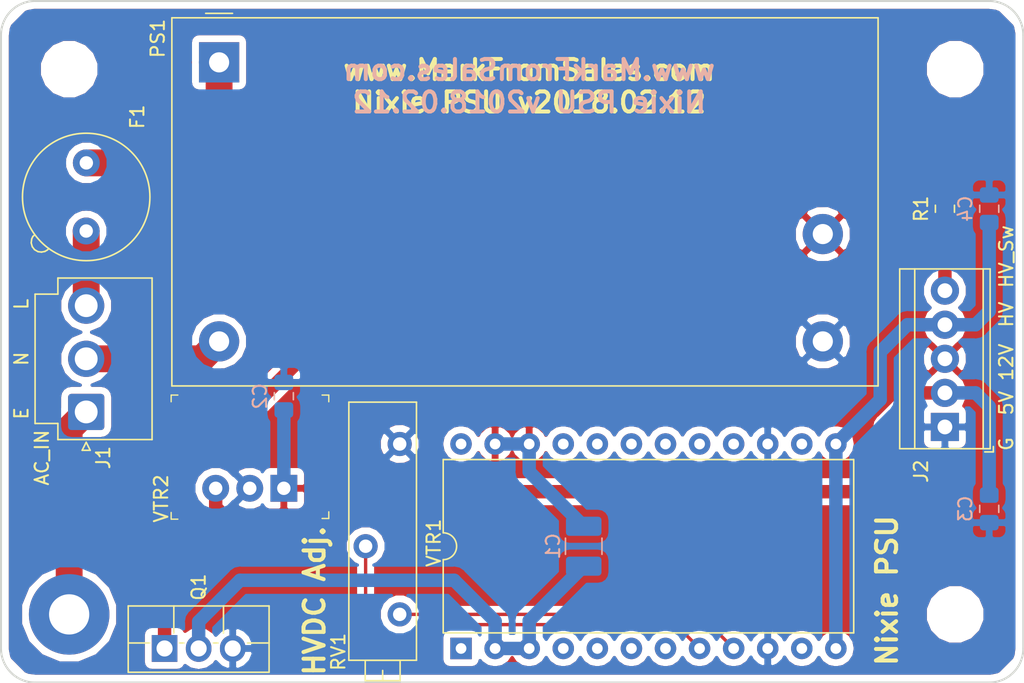
<source format=kicad_pcb>
(kicad_pcb (version 20171130) (host pcbnew "(5.0.2)-1")

  (general
    (thickness 1.6)
    (drawings 24)
    (tracks 59)
    (zones 0)
    (modules 17)
    (nets 14)
  )

  (page A4)
  (layers
    (0 F.Cu signal)
    (31 B.Cu signal)
    (32 B.Adhes user)
    (33 F.Adhes user)
    (34 B.Paste user)
    (35 F.Paste user)
    (36 B.SilkS user)
    (37 F.SilkS user)
    (38 B.Mask user)
    (39 F.Mask user)
    (40 Dwgs.User user)
    (41 Cmts.User user)
    (42 Eco1.User user)
    (43 Eco2.User user)
    (44 Edge.Cuts user)
    (45 Margin user)
    (46 B.CrtYd user)
    (47 F.CrtYd user)
    (48 B.Fab user hide)
    (49 F.Fab user hide)
  )

  (setup
    (last_trace_width 1)
    (user_trace_width 2)
    (trace_clearance 0.4)
    (zone_clearance 0.508)
    (zone_45_only no)
    (trace_min 0.2)
    (segment_width 0.2)
    (edge_width 0.15)
    (via_size 0.8)
    (via_drill 0.4)
    (via_min_size 0.4)
    (via_min_drill 0.3)
    (uvia_size 0.3)
    (uvia_drill 0.1)
    (uvias_allowed no)
    (uvia_min_size 0.2)
    (uvia_min_drill 0.1)
    (pcb_text_width 0.3)
    (pcb_text_size 1.5 1.5)
    (mod_edge_width 0.15)
    (mod_text_size 1 1)
    (mod_text_width 0.15)
    (pad_size 1.524 1.524)
    (pad_drill 0.762)
    (pad_to_mask_clearance 0.051)
    (solder_mask_min_width 0.25)
    (aux_axis_origin 0 0)
    (visible_elements 7FFFFFFF)
    (pcbplotparams
      (layerselection 0x010fc_ffffffff)
      (usegerberextensions false)
      (usegerberattributes false)
      (usegerberadvancedattributes false)
      (creategerberjobfile false)
      (excludeedgelayer true)
      (linewidth 0.100000)
      (plotframeref false)
      (viasonmask false)
      (mode 1)
      (useauxorigin false)
      (hpglpennumber 1)
      (hpglpenspeed 20)
      (hpglpendiameter 15.000000)
      (psnegative false)
      (psa4output false)
      (plotreference true)
      (plotvalue false)
      (plotinvisibletext false)
      (padsonsilk false)
      (subtractmaskfromsilk false)
      (outputformat 1)
      (mirror false)
      (drillshape 0)
      (scaleselection 1)
      (outputdirectory "Gerbers/"))
  )

  (net 0 "")
  (net 1 GND)
  (net 2 +12V)
  (net 3 +5V)
  (net 4 +VDC)
  (net 5 "Net-(RV1-Pad2)")
  (net 6 "Net-(RV1-Pad3)")
  (net 7 "Net-(F1-Pad1)")
  (net 8 "Net-(F1-Pad2)")
  (net 9 "Net-(C1-Pad1)")
  (net 10 Earth)
  (net 11 "Net-(J1-Pad2)")
  (net 12 "Net-(Q1-Pad1)")
  (net 13 /HVDC_Ctrl)

  (net_class Default "This is the default net class."
    (clearance 0.4)
    (trace_width 1)
    (via_dia 0.8)
    (via_drill 0.4)
    (uvia_dia 0.3)
    (uvia_drill 0.1)
    (add_net +12V)
    (add_net +5V)
    (add_net +VDC)
    (add_net /HVDC_Ctrl)
    (add_net Earth)
    (add_net GND)
    (add_net "Net-(C1-Pad1)")
    (add_net "Net-(Q1-Pad1)")
  )

  (net_class Data ""
    (clearance 0.25)
    (trace_width 0.25)
    (via_dia 0.8)
    (via_drill 0.4)
    (uvia_dia 0.3)
    (uvia_drill 0.1)
    (add_net "Net-(RV1-Pad2)")
    (add_net "Net-(RV1-Pad3)")
  )

  (net_class Mains ""
    (clearance 0.5)
    (trace_width 2)
    (via_dia 0.8)
    (via_drill 0.4)
    (uvia_dia 0.3)
    (uvia_drill 0.1)
    (add_net "Net-(F1-Pad1)")
    (add_net "Net-(F1-Pad2)")
    (add_net "Net-(J1-Pad2)")
  )

  (module Resistor_SMD:R_0805_2012Metric_Pad1.15x1.40mm_HandSolder (layer F.Cu) (tedit 5B36C52B) (tstamp 5C5C107C)
    (at 159.258 66.285 270)
    (descr "Resistor SMD 0805 (2012 Metric), square (rectangular) end terminal, IPC_7351 nominal with elongated pad for handsoldering. (Body size source: https://docs.google.com/spreadsheets/d/1BsfQQcO9C6DZCsRaXUlFlo91Tg2WpOkGARC1WS5S8t0/edit?usp=sharing), generated with kicad-footprint-generator")
    (tags "resistor handsolder")
    (path /5C535AE9)
    (attr smd)
    (fp_text reference R1 (at 0.009 1.778 270) (layer F.SilkS)
      (effects (font (size 1 1) (thickness 0.15)))
    )
    (fp_text value R (at 0 1.65 270) (layer F.Fab)
      (effects (font (size 1 1) (thickness 0.15)))
    )
    (fp_line (start -1 0.6) (end -1 -0.6) (layer F.Fab) (width 0.1))
    (fp_line (start -1 -0.6) (end 1 -0.6) (layer F.Fab) (width 0.1))
    (fp_line (start 1 -0.6) (end 1 0.6) (layer F.Fab) (width 0.1))
    (fp_line (start 1 0.6) (end -1 0.6) (layer F.Fab) (width 0.1))
    (fp_line (start -0.261252 -0.71) (end 0.261252 -0.71) (layer F.SilkS) (width 0.12))
    (fp_line (start -0.261252 0.71) (end 0.261252 0.71) (layer F.SilkS) (width 0.12))
    (fp_line (start -1.85 0.95) (end -1.85 -0.95) (layer F.CrtYd) (width 0.05))
    (fp_line (start -1.85 -0.95) (end 1.85 -0.95) (layer F.CrtYd) (width 0.05))
    (fp_line (start 1.85 -0.95) (end 1.85 0.95) (layer F.CrtYd) (width 0.05))
    (fp_line (start 1.85 0.95) (end -1.85 0.95) (layer F.CrtYd) (width 0.05))
    (fp_text user %R (at 0 0 270) (layer F.Fab)
      (effects (font (size 0.5 0.5) (thickness 0.08)))
    )
    (pad 1 smd roundrect (at -1.025 0 270) (size 1.15 1.4) (layers F.Cu F.Paste F.Mask) (roundrect_rratio 0.217391)
      (net 12 "Net-(Q1-Pad1)"))
    (pad 2 smd roundrect (at 1.025 0 270) (size 1.15 1.4) (layers F.Cu F.Paste F.Mask) (roundrect_rratio 0.217391)
      (net 13 /HVDC_Ctrl))
    (model ${KISYS3DMOD}/Resistor_SMD.3dshapes/R_0805_2012Metric.wrl
      (at (xyz 0 0 0))
      (scale (xyz 1 1 1))
      (rotate (xyz 0 0 0))
    )
  )

  (module Capacitor_SMD:C_1210_3225Metric_Pad1.42x2.65mm_HandSolder (layer B.Cu) (tedit 5B301BBE) (tstamp 5C5C1F34)
    (at 132.334 91.44 90)
    (descr "Capacitor SMD 1210 (3225 Metric), square (rectangular) end terminal, IPC_7351 nominal with elongated pad for handsoldering. (Body size source: http://www.tortai-tech.com/upload/download/2011102023233369053.pdf), generated with kicad-footprint-generator")
    (tags "capacitor handsolder")
    (path /5C620A8E)
    (attr smd)
    (fp_text reference C1 (at 0 -2.286 90) (layer B.SilkS)
      (effects (font (size 1 1) (thickness 0.15)) (justify mirror))
    )
    (fp_text value 47u (at 0 -2.28 90) (layer B.Fab)
      (effects (font (size 1 1) (thickness 0.15)) (justify mirror))
    )
    (fp_line (start -1.6 -1.25) (end -1.6 1.25) (layer B.Fab) (width 0.1))
    (fp_line (start -1.6 1.25) (end 1.6 1.25) (layer B.Fab) (width 0.1))
    (fp_line (start 1.6 1.25) (end 1.6 -1.25) (layer B.Fab) (width 0.1))
    (fp_line (start 1.6 -1.25) (end -1.6 -1.25) (layer B.Fab) (width 0.1))
    (fp_line (start -0.602064 1.36) (end 0.602064 1.36) (layer B.SilkS) (width 0.12))
    (fp_line (start -0.602064 -1.36) (end 0.602064 -1.36) (layer B.SilkS) (width 0.12))
    (fp_line (start -2.45 -1.58) (end -2.45 1.58) (layer B.CrtYd) (width 0.05))
    (fp_line (start -2.45 1.58) (end 2.45 1.58) (layer B.CrtYd) (width 0.05))
    (fp_line (start 2.45 1.58) (end 2.45 -1.58) (layer B.CrtYd) (width 0.05))
    (fp_line (start 2.45 -1.58) (end -2.45 -1.58) (layer B.CrtYd) (width 0.05))
    (fp_text user %R (at 0 0 90) (layer B.Fab)
      (effects (font (size 0.8 0.8) (thickness 0.12)) (justify mirror))
    )
    (pad 1 smd roundrect (at -1.4875 0 90) (size 1.425 2.65) (layers B.Cu B.Paste B.Mask) (roundrect_rratio 0.175439)
      (net 9 "Net-(C1-Pad1)"))
    (pad 2 smd roundrect (at 1.4875 0 90) (size 1.425 2.65) (layers B.Cu B.Paste B.Mask) (roundrect_rratio 0.175439)
      (net 2 +12V))
    (model ${KISYS3DMOD}/Capacitor_SMD.3dshapes/C_1210_3225Metric.wrl
      (at (xyz 0 0 0))
      (scale (xyz 1 1 1))
      (rotate (xyz 0 0 0))
    )
  )

  (module Capacitor_SMD:C_0805_2012Metric_Pad1.15x1.40mm_HandSolder (layer B.Cu) (tedit 5B36C52B) (tstamp 5C5C2B1B)
    (at 109.982 80.255 90)
    (descr "Capacitor SMD 0805 (2012 Metric), square (rectangular) end terminal, IPC_7351 nominal with elongated pad for handsoldering. (Body size source: https://docs.google.com/spreadsheets/d/1BsfQQcO9C6DZCsRaXUlFlo91Tg2WpOkGARC1WS5S8t0/edit?usp=sharing), generated with kicad-footprint-generator")
    (tags "capacitor handsolder")
    (path /5C620B06)
    (attr smd)
    (fp_text reference C2 (at -0.009 -1.778 90) (layer B.SilkS)
      (effects (font (size 1 1) (thickness 0.15)) (justify mirror))
    )
    (fp_text value 10u (at 0 -1.65 90) (layer B.Fab)
      (effects (font (size 1 1) (thickness 0.15)) (justify mirror))
    )
    (fp_line (start -1 -0.6) (end -1 0.6) (layer B.Fab) (width 0.1))
    (fp_line (start -1 0.6) (end 1 0.6) (layer B.Fab) (width 0.1))
    (fp_line (start 1 0.6) (end 1 -0.6) (layer B.Fab) (width 0.1))
    (fp_line (start 1 -0.6) (end -1 -0.6) (layer B.Fab) (width 0.1))
    (fp_line (start -0.261252 0.71) (end 0.261252 0.71) (layer B.SilkS) (width 0.12))
    (fp_line (start -0.261252 -0.71) (end 0.261252 -0.71) (layer B.SilkS) (width 0.12))
    (fp_line (start -1.85 -0.95) (end -1.85 0.95) (layer B.CrtYd) (width 0.05))
    (fp_line (start -1.85 0.95) (end 1.85 0.95) (layer B.CrtYd) (width 0.05))
    (fp_line (start 1.85 0.95) (end 1.85 -0.95) (layer B.CrtYd) (width 0.05))
    (fp_line (start 1.85 -0.95) (end -1.85 -0.95) (layer B.CrtYd) (width 0.05))
    (fp_text user %R (at 0 0 90) (layer B.Fab)
      (effects (font (size 0.5 0.5) (thickness 0.08)) (justify mirror))
    )
    (pad 1 smd roundrect (at -1.025 0 90) (size 1.15 1.4) (layers B.Cu B.Paste B.Mask) (roundrect_rratio 0.217391)
      (net 2 +12V))
    (pad 2 smd roundrect (at 1.025 0 90) (size 1.15 1.4) (layers B.Cu B.Paste B.Mask) (roundrect_rratio 0.217391)
      (net 1 GND))
    (model ${KISYS3DMOD}/Capacitor_SMD.3dshapes/C_0805_2012Metric.wrl
      (at (xyz 0 0 0))
      (scale (xyz 1 1 1))
      (rotate (xyz 0 0 0))
    )
  )

  (module Capacitor_SMD:C_0805_2012Metric_Pad1.15x1.40mm_HandSolder (layer B.Cu) (tedit 5B36C52B) (tstamp 5C3D117F)
    (at 162.56 88.655 270)
    (descr "Capacitor SMD 0805 (2012 Metric), square (rectangular) end terminal, IPC_7351 nominal with elongated pad for handsoldering. (Body size source: https://docs.google.com/spreadsheets/d/1BsfQQcO9C6DZCsRaXUlFlo91Tg2WpOkGARC1WS5S8t0/edit?usp=sharing), generated with kicad-footprint-generator")
    (tags "capacitor handsolder")
    (path /5C620ACA)
    (attr smd)
    (fp_text reference C3 (at -0.009 1.778 270) (layer B.SilkS)
      (effects (font (size 1 1) (thickness 0.15)) (justify mirror))
    )
    (fp_text value 22u (at 0 -1.65 270) (layer B.Fab)
      (effects (font (size 1 1) (thickness 0.15)) (justify mirror))
    )
    (fp_text user %R (at 0 0 270) (layer B.Fab)
      (effects (font (size 0.5 0.5) (thickness 0.08)) (justify mirror))
    )
    (fp_line (start 1.85 -0.95) (end -1.85 -0.95) (layer B.CrtYd) (width 0.05))
    (fp_line (start 1.85 0.95) (end 1.85 -0.95) (layer B.CrtYd) (width 0.05))
    (fp_line (start -1.85 0.95) (end 1.85 0.95) (layer B.CrtYd) (width 0.05))
    (fp_line (start -1.85 -0.95) (end -1.85 0.95) (layer B.CrtYd) (width 0.05))
    (fp_line (start -0.261252 -0.71) (end 0.261252 -0.71) (layer B.SilkS) (width 0.12))
    (fp_line (start -0.261252 0.71) (end 0.261252 0.71) (layer B.SilkS) (width 0.12))
    (fp_line (start 1 -0.6) (end -1 -0.6) (layer B.Fab) (width 0.1))
    (fp_line (start 1 0.6) (end 1 -0.6) (layer B.Fab) (width 0.1))
    (fp_line (start -1 0.6) (end 1 0.6) (layer B.Fab) (width 0.1))
    (fp_line (start -1 -0.6) (end -1 0.6) (layer B.Fab) (width 0.1))
    (pad 2 smd roundrect (at 1.025 0 270) (size 1.15 1.4) (layers B.Cu B.Paste B.Mask) (roundrect_rratio 0.217391)
      (net 1 GND))
    (pad 1 smd roundrect (at -1.025 0 270) (size 1.15 1.4) (layers B.Cu B.Paste B.Mask) (roundrect_rratio 0.217391)
      (net 3 +5V))
    (model ${KISYS3DMOD}/Capacitor_SMD.3dshapes/C_0805_2012Metric.wrl
      (at (xyz 0 0 0))
      (scale (xyz 1 1 1))
      (rotate (xyz 0 0 0))
    )
  )

  (module Capacitor_SMD:C_0805_2012Metric_Pad1.15x1.40mm_HandSolder (layer B.Cu) (tedit 5B36C52B) (tstamp 5C3D11AF)
    (at 162.56 66.285 270)
    (descr "Capacitor SMD 0805 (2012 Metric), square (rectangular) end terminal, IPC_7351 nominal with elongated pad for handsoldering. (Body size source: https://docs.google.com/spreadsheets/d/1BsfQQcO9C6DZCsRaXUlFlo91Tg2WpOkGARC1WS5S8t0/edit?usp=sharing), generated with kicad-footprint-generator")
    (tags "capacitor handsolder")
    (path /5C620A52)
    (attr smd)
    (fp_text reference C4 (at 0 1.778 270) (layer B.SilkS)
      (effects (font (size 1 1) (thickness 0.15)) (justify mirror))
    )
    (fp_text value 4700p (at 0 -1.65 270) (layer B.Fab)
      (effects (font (size 1 1) (thickness 0.15)) (justify mirror))
    )
    (fp_line (start -1 -0.6) (end -1 0.6) (layer B.Fab) (width 0.1))
    (fp_line (start -1 0.6) (end 1 0.6) (layer B.Fab) (width 0.1))
    (fp_line (start 1 0.6) (end 1 -0.6) (layer B.Fab) (width 0.1))
    (fp_line (start 1 -0.6) (end -1 -0.6) (layer B.Fab) (width 0.1))
    (fp_line (start -0.261252 0.71) (end 0.261252 0.71) (layer B.SilkS) (width 0.12))
    (fp_line (start -0.261252 -0.71) (end 0.261252 -0.71) (layer B.SilkS) (width 0.12))
    (fp_line (start -1.85 -0.95) (end -1.85 0.95) (layer B.CrtYd) (width 0.05))
    (fp_line (start -1.85 0.95) (end 1.85 0.95) (layer B.CrtYd) (width 0.05))
    (fp_line (start 1.85 0.95) (end 1.85 -0.95) (layer B.CrtYd) (width 0.05))
    (fp_line (start 1.85 -0.95) (end -1.85 -0.95) (layer B.CrtYd) (width 0.05))
    (fp_text user %R (at 0 0 270) (layer B.Fab)
      (effects (font (size 0.5 0.5) (thickness 0.08)) (justify mirror))
    )
    (pad 1 smd roundrect (at -1.025 0 270) (size 1.15 1.4) (layers B.Cu B.Paste B.Mask) (roundrect_rratio 0.217391)
      (net 1 GND))
    (pad 2 smd roundrect (at 1.025 0 270) (size 1.15 1.4) (layers B.Cu B.Paste B.Mask) (roundrect_rratio 0.217391)
      (net 4 +VDC))
    (model ${KISYS3DMOD}/Capacitor_SMD.3dshapes/C_0805_2012Metric.wrl
      (at (xyz 0 0 0))
      (scale (xyz 1 1 1))
      (rotate (xyz 0 0 0))
    )
  )

  (module Converter_ACDC:Converter_ACDC_MeanWell_IRM-20-xx_THT (layer F.Cu) (tedit 59FD95D5) (tstamp 5C3D0EE4)
    (at 105.156 55.372)
    (descr "ACDC-Converter, 20W, Meanwell, IRM-20, THT http://www.meanwell.com/webapp/product/search.aspx?prod=IRM-20")
    (tags "ACDC-Converter 20W   Meanwell IRM-20")
    (path /5C6208BE)
    (fp_text reference PS1 (at -4.572 -1.778 90) (layer F.SilkS)
      (effects (font (size 1 1) (thickness 0.15)))
    )
    (fp_text value IRM-20-12 (at 22.5 25) (layer F.Fab)
      (effects (font (size 1 1) (thickness 0.15)))
    )
    (fp_line (start 1 -3.65) (end -1 -3.65) (layer F.SilkS) (width 0.12))
    (fp_line (start 49.12 -3.32) (end 49.12 24.12) (layer F.SilkS) (width 0.12))
    (fp_line (start -3.52 -3.32) (end 49.12 -3.32) (layer F.SilkS) (width 0.12))
    (fp_line (start -3.4 24) (end 49 24) (layer F.Fab) (width 0.1))
    (fp_line (start 49 -3.2) (end 1 -3.2) (layer F.Fab) (width 0.1))
    (fp_line (start -3.65 -3.45) (end -3.65 24.25) (layer F.CrtYd) (width 0.05))
    (fp_text user %R (at 22.5 10.4) (layer F.Fab)
      (effects (font (size 1 1) (thickness 0.15)))
    )
    (fp_line (start -3.4 -3.2) (end -3.4 24) (layer F.Fab) (width 0.1))
    (fp_line (start -3.52 24.12) (end 49.12 24.12) (layer F.SilkS) (width 0.12))
    (fp_line (start -3.52 -3.32) (end -3.52 24.12) (layer F.SilkS) (width 0.12))
    (fp_line (start 49 -3.2) (end 49 24) (layer F.Fab) (width 0.1))
    (fp_line (start -3.65 24.25) (end 49.25 24.25) (layer F.CrtYd) (width 0.05))
    (fp_line (start -3.65 -3.45) (end 49.25 -3.45) (layer F.CrtYd) (width 0.05))
    (fp_line (start 49.25 -3.45) (end 49.25 24.25) (layer F.CrtYd) (width 0.05))
    (fp_line (start -1 -3.2) (end -3.4 -3.2) (layer F.Fab) (width 0.1))
    (fp_line (start 0 -2.2) (end -1 -3.2) (layer F.Fab) (width 0.1))
    (fp_line (start 1 -3.2) (end 0 -2.2) (layer F.Fab) (width 0.1))
    (pad 3 thru_hole circle (at 45 20.8) (size 3 3) (drill 1.5) (layers *.Cu *.Mask)
      (net 1 GND))
    (pad 2 thru_hole circle (at 0 20.8) (size 3 3) (drill 1.5) (layers *.Cu *.Mask)
      (net 11 "Net-(J1-Pad2)"))
    (pad 4 thru_hole circle (at 45 12.8) (size 3 3) (drill 1.5) (layers *.Cu *.Mask)
      (net 2 +12V))
    (pad 1 thru_hole rect (at 0 0) (size 3 3) (drill 1.5) (layers *.Cu *.Mask)
      (net 7 "Net-(F1-Pad1)"))
    (model ${KISYS3DMOD}/Converter_ACDC.3dshapes/Converter_ACDC_MeanWell_IRM-20-xx_THT.wrl
      (at (xyz 0 0 0))
      (scale (xyz 1 1 1))
      (rotate (xyz 0 0 0))
    )
  )

  (module Potentiometer_THT:Potentiometer_Vishay_43_Horizontal (layer F.Cu) (tedit 5A3D4994) (tstamp 5C55FFD9)
    (at 118.618 83.82 90)
    (descr "Potentiometer, horizontal, Vishay 43, http://www.vishay.com/docs/57026/43.pdf")
    (tags "Potentiometer horizontal Vishay 43")
    (path /5C620B67)
    (fp_text reference RV1 (at -15.494 -4.572 270) (layer F.SilkS)
      (effects (font (size 1 1) (thickness 0.15)))
    )
    (fp_text value "R_POT 5K" (at -7.26 2.38 90) (layer F.Fab)
      (effects (font (size 1 1) (thickness 0.15)))
    )
    (fp_line (start -16 -3.67) (end -16 1.13) (layer F.Fab) (width 0.1))
    (fp_line (start -16 1.13) (end 3 1.13) (layer F.Fab) (width 0.1))
    (fp_line (start 3 1.13) (end 3 -3.67) (layer F.Fab) (width 0.1))
    (fp_line (start 3 -3.67) (end -16 -3.67) (layer F.Fab) (width 0.1))
    (fp_line (start -17.52 -2.45) (end -17.52 -0.09) (layer F.Fab) (width 0.1))
    (fp_line (start -17.52 -0.09) (end -16 -0.09) (layer F.Fab) (width 0.1))
    (fp_line (start -16 -0.09) (end -16 -2.45) (layer F.Fab) (width 0.1))
    (fp_line (start -16 -2.45) (end -17.52 -2.45) (layer F.Fab) (width 0.1))
    (fp_line (start -17.52 -1.27) (end -16.76 -1.27) (layer F.Fab) (width 0.1))
    (fp_line (start -16.12 -3.79) (end 3.12 -3.79) (layer F.SilkS) (width 0.12))
    (fp_line (start -16.12 1.25) (end 3.12 1.25) (layer F.SilkS) (width 0.12))
    (fp_line (start -16.12 -3.79) (end -16.12 1.25) (layer F.SilkS) (width 0.12))
    (fp_line (start 3.12 -3.79) (end 3.12 1.25) (layer F.SilkS) (width 0.12))
    (fp_line (start -17.64 -2.57) (end -16.121 -2.57) (layer F.SilkS) (width 0.12))
    (fp_line (start -17.64 0.03) (end -16.121 0.03) (layer F.SilkS) (width 0.12))
    (fp_line (start -17.64 -2.57) (end -17.64 0.03) (layer F.SilkS) (width 0.12))
    (fp_line (start -16.121 -2.57) (end -16.121 0.03) (layer F.SilkS) (width 0.12))
    (fp_line (start -17.64 -1.27) (end -16.881 -1.27) (layer F.SilkS) (width 0.12))
    (fp_line (start -17.8 -3.95) (end -17.8 1.4) (layer F.CrtYd) (width 0.05))
    (fp_line (start -17.8 1.4) (end 3.25 1.4) (layer F.CrtYd) (width 0.05))
    (fp_line (start 3.25 1.4) (end 3.25 -3.95) (layer F.CrtYd) (width 0.05))
    (fp_line (start 3.25 -3.95) (end -17.8 -3.95) (layer F.CrtYd) (width 0.05))
    (fp_text user %R (at -6.5 -1.27 90) (layer F.Fab)
      (effects (font (size 1 1) (thickness 0.15)))
    )
    (pad 1 thru_hole circle (at 0 0 90) (size 1.8 1.8) (drill 1) (layers *.Cu *.Mask)
      (net 1 GND))
    (pad 2 thru_hole circle (at -7.62 -2.54 90) (size 1.8 1.8) (drill 1) (layers *.Cu *.Mask)
      (net 5 "Net-(RV1-Pad2)"))
    (pad 3 thru_hole circle (at -12.7 0 90) (size 1.8 1.8) (drill 1) (layers *.Cu *.Mask)
      (net 6 "Net-(RV1-Pad3)"))
    (model ${KISYS3DMOD}/Potentiometer_THT.3dshapes/Potentiometer_Vishay_43_Horizontal.wrl
      (at (xyz 0 0 0))
      (scale (xyz 1 1 1))
      (rotate (xyz 0 0 0))
    )
  )

  (module Package_DIP:DIP-24_W15.24mm (layer F.Cu) (tedit 5A02E8C5) (tstamp 5C55FF66)
    (at 123.19 99.06 90)
    (descr "24-lead though-hole mounted DIP package, row spacing 15.24 mm (600 mils)")
    (tags "THT DIP DIL PDIP 2.54mm 15.24mm 600mil")
    (path /5C62046C)
    (fp_text reference VTR1 (at 7.874 -2.032 270) (layer F.SilkS)
      (effects (font (size 1 1) (thickness 0.15)))
    )
    (fp_text value Recom_R15-150B (at 7.62 30.27 90) (layer F.Fab)
      (effects (font (size 1 1) (thickness 0.15)))
    )
    (fp_arc (start 7.62 -1.33) (end 6.62 -1.33) (angle -180) (layer F.SilkS) (width 0.12))
    (fp_line (start 1.255 -1.27) (end 14.985 -1.27) (layer F.Fab) (width 0.1))
    (fp_line (start 14.985 -1.27) (end 14.985 29.21) (layer F.Fab) (width 0.1))
    (fp_line (start 14.985 29.21) (end 0.255 29.21) (layer F.Fab) (width 0.1))
    (fp_line (start 0.255 29.21) (end 0.255 -0.27) (layer F.Fab) (width 0.1))
    (fp_line (start 0.255 -0.27) (end 1.255 -1.27) (layer F.Fab) (width 0.1))
    (fp_line (start 6.62 -1.33) (end 1.16 -1.33) (layer F.SilkS) (width 0.12))
    (fp_line (start 1.16 -1.33) (end 1.16 29.27) (layer F.SilkS) (width 0.12))
    (fp_line (start 1.16 29.27) (end 14.08 29.27) (layer F.SilkS) (width 0.12))
    (fp_line (start 14.08 29.27) (end 14.08 -1.33) (layer F.SilkS) (width 0.12))
    (fp_line (start 14.08 -1.33) (end 8.62 -1.33) (layer F.SilkS) (width 0.12))
    (fp_line (start -1.05 -1.55) (end -1.05 29.5) (layer F.CrtYd) (width 0.05))
    (fp_line (start -1.05 29.5) (end 16.3 29.5) (layer F.CrtYd) (width 0.05))
    (fp_line (start 16.3 29.5) (end 16.3 -1.55) (layer F.CrtYd) (width 0.05))
    (fp_line (start 16.3 -1.55) (end -1.05 -1.55) (layer F.CrtYd) (width 0.05))
    (fp_text user %R (at 7.62 13.97 90) (layer F.Fab)
      (effects (font (size 1 1) (thickness 0.15)))
    )
    (pad 1 thru_hole rect (at 0 0 90) (size 1.6 1.6) (drill 0.8) (layers *.Cu *.Mask))
    (pad 13 thru_hole oval (at 15.24 27.94 90) (size 1.6 1.6) (drill 0.8) (layers *.Cu *.Mask)
      (net 4 +VDC))
    (pad 2 thru_hole oval (at 0 2.54 90) (size 1.6 1.6) (drill 0.8) (layers *.Cu *.Mask)
      (net 9 "Net-(C1-Pad1)"))
    (pad 14 thru_hole oval (at 15.24 25.4 90) (size 1.6 1.6) (drill 0.8) (layers *.Cu *.Mask))
    (pad 3 thru_hole oval (at 0 5.08 90) (size 1.6 1.6) (drill 0.8) (layers *.Cu *.Mask)
      (net 9 "Net-(C1-Pad1)"))
    (pad 15 thru_hole oval (at 15.24 22.86 90) (size 1.6 1.6) (drill 0.8) (layers *.Cu *.Mask)
      (net 1 GND))
    (pad 4 thru_hole oval (at 0 7.62 90) (size 1.6 1.6) (drill 0.8) (layers *.Cu *.Mask))
    (pad 16 thru_hole oval (at 15.24 20.32 90) (size 1.6 1.6) (drill 0.8) (layers *.Cu *.Mask))
    (pad 5 thru_hole oval (at 0 10.16 90) (size 1.6 1.6) (drill 0.8) (layers *.Cu *.Mask))
    (pad 17 thru_hole oval (at 15.24 17.78 90) (size 1.6 1.6) (drill 0.8) (layers *.Cu *.Mask))
    (pad 6 thru_hole oval (at 0 12.7 90) (size 1.6 1.6) (drill 0.8) (layers *.Cu *.Mask))
    (pad 18 thru_hole oval (at 15.24 15.24 90) (size 1.6 1.6) (drill 0.8) (layers *.Cu *.Mask))
    (pad 7 thru_hole oval (at 0 15.24 90) (size 1.6 1.6) (drill 0.8) (layers *.Cu *.Mask))
    (pad 19 thru_hole oval (at 15.24 12.7 90) (size 1.6 1.6) (drill 0.8) (layers *.Cu *.Mask))
    (pad 8 thru_hole oval (at 0 17.78 90) (size 1.6 1.6) (drill 0.8) (layers *.Cu *.Mask)
      (net 5 "Net-(RV1-Pad2)"))
    (pad 20 thru_hole oval (at 15.24 10.16 90) (size 1.6 1.6) (drill 0.8) (layers *.Cu *.Mask))
    (pad 9 thru_hole oval (at 0 20.32 90) (size 1.6 1.6) (drill 0.8) (layers *.Cu *.Mask)
      (net 6 "Net-(RV1-Pad3)"))
    (pad 21 thru_hole oval (at 15.24 7.62 90) (size 1.6 1.6) (drill 0.8) (layers *.Cu *.Mask))
    (pad 10 thru_hole oval (at 0 22.86 90) (size 1.6 1.6) (drill 0.8) (layers *.Cu *.Mask)
      (net 1 GND))
    (pad 22 thru_hole oval (at 15.24 5.08 90) (size 1.6 1.6) (drill 0.8) (layers *.Cu *.Mask)
      (net 2 +12V))
    (pad 11 thru_hole oval (at 0 25.4 90) (size 1.6 1.6) (drill 0.8) (layers *.Cu *.Mask))
    (pad 23 thru_hole oval (at 15.24 2.54 90) (size 1.6 1.6) (drill 0.8) (layers *.Cu *.Mask)
      (net 2 +12V))
    (pad 12 thru_hole oval (at 0 27.94 90) (size 1.6 1.6) (drill 0.8) (layers *.Cu *.Mask)
      (net 4 +VDC))
    (pad 24 thru_hole oval (at 15.24 0 90) (size 1.6 1.6) (drill 0.8) (layers *.Cu *.Mask))
    (model ${KISYS3DMOD}/Package_DIP.3dshapes/DIP-24_W15.24mm.wrl
      (at (xyz 0 0 0))
      (scale (xyz 1 1 1))
      (rotate (xyz 0 0 0))
    )
  )

  (module digikey-footprints:3-SIP_Module_V7805-1000 (layer F.Cu) (tedit 59C4038A) (tstamp 5C5C2ADB)
    (at 109.982 87.122 180)
    (descr http://www.cui.com/product/resource/v78xx-1000.pdf)
    (path /5C620592)
    (fp_text reference VTR2 (at 9.144 -0.762 270) (layer F.SilkS)
      (effects (font (size 1 1) (thickness 0.15)))
    )
    (fp_text value V7805-1000 (at 2.53 8.04 180) (layer F.Fab)
      (effects (font (size 1 1) (thickness 0.15)))
    )
    (fp_text user %R (at 2.51 3.57 180) (layer F.Fab)
      (effects (font (size 1 1) (thickness 0.15)))
    )
    (fp_line (start 8.55 7.1) (end -3.45 7.1) (layer F.CrtYd) (width 0.05))
    (fp_line (start -3.45 -2.4) (end -3.45 7.1) (layer F.CrtYd) (width 0.05))
    (fp_line (start 8.55 -2.4) (end -3.45 -2.4) (layer F.CrtYd) (width 0.05))
    (fp_line (start 8.55 -2.4) (end 8.55 7.1) (layer F.CrtYd) (width 0.05))
    (fp_line (start -3.35 6.95) (end -3.35 6.45) (layer F.SilkS) (width 0.1))
    (fp_line (start -3.35 6.95) (end -2.85 6.95) (layer F.SilkS) (width 0.1))
    (fp_line (start 8.4 6.95) (end 7.9 6.95) (layer F.SilkS) (width 0.1))
    (fp_line (start 8.4 6.95) (end 8.4 6.45) (layer F.SilkS) (width 0.1))
    (fp_line (start -3.35 -2.25) (end -3.35 -1.75) (layer F.SilkS) (width 0.1))
    (fp_line (start -3.35 -2.25) (end -2.85 -2.25) (layer F.SilkS) (width 0.1))
    (fp_line (start 8.4 -2.3) (end 7.9 -2.3) (layer F.SilkS) (width 0.1))
    (fp_line (start 8.4 -2.3) (end 8.4 -1.8) (layer F.SilkS) (width 0.1))
    (fp_line (start -3.205 6.85) (end 8.295 6.85) (layer F.Fab) (width 0.1))
    (fp_line (start -3.21 -2.15) (end -3.21 6.85) (layer F.Fab) (width 0.1))
    (fp_line (start -3.2 -2.15) (end -3.2 6.85) (layer F.Fab) (width 0.1))
    (fp_line (start 8.3 -2.15) (end 8.3 6.85) (layer F.Fab) (width 0.1))
    (fp_line (start -3.205 -2.15) (end 8.295 -2.15) (layer F.Fab) (width 0.1))
    (pad 1 thru_hole rect (at 0 0 180) (size 2 2) (drill 1) (layers *.Cu *.Mask)
      (net 2 +12V))
    (pad 2 thru_hole circle (at 2.54 0 180) (size 2 2) (drill 1) (layers *.Cu *.Mask)
      (net 1 GND))
    (pad 3 thru_hole circle (at 5.08 0 180) (size 2 2) (drill 1) (layers *.Cu *.Mask)
      (net 3 +5V))
  )

  (module MountingHole:MountingHole_3mm_Pad (layer F.Cu) (tedit 5C3D0D76) (tstamp 5C56035B)
    (at 93.98 96.52)
    (descr "Mounting Hole 3mm")
    (tags "mounting hole 3mm")
    (path /5C6375B7)
    (attr virtual)
    (fp_text reference H1 (at 0 0) (layer F.SilkS) hide
      (effects (font (size 1 1) (thickness 0.15)))
    )
    (fp_text value MountingHole_Pad (at 0 4) (layer F.Fab) hide
      (effects (font (size 1 1) (thickness 0.15)))
    )
    (fp_text user %R (at 0.3 0) (layer F.Fab)
      (effects (font (size 1 1) (thickness 0.15)))
    )
    (fp_circle (center 0 0) (end 3 0) (layer Cmts.User) (width 0.15))
    (fp_circle (center 0 0) (end 3.25 0) (layer F.CrtYd) (width 0.05))
    (pad 1 thru_hole circle (at 0 0) (size 6 6) (drill 3) (layers *.Cu *.Mask)
      (net 10 Earth))
  )

  (module Fuse:Fuseholder_TR5_Littelfuse_No560_No460 (layer F.Cu) (tedit 5A1C8972) (tstamp 5C58BEB0)
    (at 95.26 62.865 270)
    (descr "Fuse, Fuseholder, TR5, Littelfuse/Wickmann, No. 460, No560,")
    (tags "Fuse Fuseholder TR5 Littelfuse/Wickmann No. 460 No560 ")
    (path /5C4C9C7D)
    (fp_text reference F1 (at -3.429 -3.8 270) (layer F.SilkS)
      (effects (font (size 1 1) (thickness 0.15)))
    )
    (fp_text value Fuse (at 2.39 7.43 270) (layer F.Fab)
      (effects (font (size 1 1) (thickness 0.15)))
    )
    (fp_text user %R (at 2.75 -2.75 270) (layer F.Fab)
      (effects (font (size 1 1) (thickness 0.15)))
    )
    (fp_line (start 5.44 3.94) (end 5.31 3.79) (layer F.Fab) (width 0.1))
    (fp_line (start 5.62 4.02) (end 5.44 3.94) (layer F.Fab) (width 0.1))
    (fp_line (start 5.91 4.06) (end 5.62 4.02) (layer F.Fab) (width 0.1))
    (fp_line (start 6.2 3.98) (end 5.91 4.06) (layer F.Fab) (width 0.1))
    (fp_line (start 6.42 3.81) (end 6.2 3.98) (layer F.Fab) (width 0.1))
    (fp_line (start 6.57 3.55) (end 6.42 3.81) (layer F.Fab) (width 0.1))
    (fp_line (start 6.6 3.29) (end 6.57 3.55) (layer F.Fab) (width 0.1))
    (fp_line (start 6.55 3.04) (end 6.6 3.29) (layer F.Fab) (width 0.1))
    (fp_line (start 6.46 2.88) (end 6.55 3.04) (layer F.Fab) (width 0.1))
    (fp_line (start 6.34 2.74) (end 6.46 2.88) (layer F.Fab) (width 0.1))
    (fp_line (start 6.39 2.79) (end 6.51 2.93) (layer F.SilkS) (width 0.12))
    (fp_line (start 6.51 2.93) (end 6.6 3.09) (layer F.SilkS) (width 0.12))
    (fp_line (start 6.6 3.09) (end 6.65 3.34) (layer F.SilkS) (width 0.12))
    (fp_line (start 6.65 3.34) (end 6.62 3.6) (layer F.SilkS) (width 0.12))
    (fp_line (start 6.62 3.6) (end 6.47 3.86) (layer F.SilkS) (width 0.12))
    (fp_line (start 6.47 3.86) (end 6.25 4.03) (layer F.SilkS) (width 0.12))
    (fp_line (start 6.25 4.03) (end 5.96 4.11) (layer F.SilkS) (width 0.12))
    (fp_line (start 5.96 4.11) (end 5.67 4.07) (layer F.SilkS) (width 0.12))
    (fp_line (start 5.67 4.07) (end 5.49 3.99) (layer F.SilkS) (width 0.12))
    (fp_line (start 5.49 3.99) (end 5.36 3.84) (layer F.SilkS) (width 0.12))
    (fp_line (start -2.46 -4.99) (end 7.54 -4.99) (layer F.CrtYd) (width 0.05))
    (fp_line (start -2.46 -4.99) (end -2.46 5.01) (layer F.CrtYd) (width 0.05))
    (fp_line (start 7.54 5.01) (end 7.54 -4.99) (layer F.CrtYd) (width 0.05))
    (fp_line (start 7.54 5.01) (end -2.46 5.01) (layer F.CrtYd) (width 0.05))
    (fp_circle (center 2.55 0) (end 7.25 0) (layer F.Fab) (width 0.1))
    (fp_circle (center 2.54 0.01) (end 7.29 0.01) (layer F.SilkS) (width 0.12))
    (pad 1 thru_hole circle (at 0 0 270) (size 2 2) (drill 1) (layers *.Cu *.Mask)
      (net 7 "Net-(F1-Pad1)"))
    (pad 2 thru_hole circle (at 5.08 0.01 270) (size 2 2) (drill 1) (layers *.Cu *.Mask)
      (net 8 "Net-(F1-Pad2)"))
    (model ${KISYS3DMOD}/Fuse.3dshapes/Fuseholder_TR5_Littelfuse_No560_No460.wrl
      (at (xyz 0 0 0))
      (scale (xyz 1 1 1))
      (rotate (xyz 0 0 0))
    )
  )

  (module Connector_JST:JST_VH_B3P-VH_1x03_P3.96mm_Vertical (layer F.Cu) (tedit 5B774DBC) (tstamp 5C5C1030)
    (at 95.25 81.43 90)
    (descr "JST VH series connector, B3P-VH (http://www.jst-mfg.com/product/pdf/eng/eVH.pdf), generated with kicad-footprint-generator")
    (tags "connector JST VH side entry")
    (path /5C557808)
    (fp_text reference J1 (at -3.406 1.27 90) (layer F.SilkS)
      (effects (font (size 1 1) (thickness 0.15)))
    )
    (fp_text value Conn_Mains (at 3.96 6 90) (layer F.Fab)
      (effects (font (size 1 1) (thickness 0.15)))
    )
    (fp_line (start -1.95 -2) (end -1.95 4.8) (layer F.Fab) (width 0.1))
    (fp_line (start -1.95 4.8) (end 9.87 4.8) (layer F.Fab) (width 0.1))
    (fp_line (start 9.87 4.8) (end 9.87 -2) (layer F.Fab) (width 0.1))
    (fp_line (start 9.87 -2) (end -1.95 -2) (layer F.Fab) (width 0.1))
    (fp_line (start -0.75 -2) (end -0.75 -3.7) (layer F.Fab) (width 0.1))
    (fp_line (start -0.75 -3.7) (end 8.67 -3.7) (layer F.Fab) (width 0.1))
    (fp_line (start 8.67 -3.7) (end 8.67 -2) (layer F.Fab) (width 0.1))
    (fp_line (start -1.95 -1) (end -0.95 0) (layer F.Fab) (width 0.1))
    (fp_line (start -1.95 1) (end -0.95 0) (layer F.Fab) (width 0.1))
    (fp_line (start -2.45 -4.2) (end -2.45 5.3) (layer F.CrtYd) (width 0.05))
    (fp_line (start -2.45 5.3) (end 10.37 5.3) (layer F.CrtYd) (width 0.05))
    (fp_line (start 10.37 5.3) (end 10.37 -4.2) (layer F.CrtYd) (width 0.05))
    (fp_line (start 10.37 -4.2) (end -2.45 -4.2) (layer F.CrtYd) (width 0.05))
    (fp_line (start -2.06 4.91) (end -2.06 -2.11) (layer F.SilkS) (width 0.12))
    (fp_line (start -2.06 -2.11) (end -0.86 -2.11) (layer F.SilkS) (width 0.12))
    (fp_line (start -0.86 -2.11) (end -0.86 -3.81) (layer F.SilkS) (width 0.12))
    (fp_line (start -0.86 -3.81) (end 8.78 -3.81) (layer F.SilkS) (width 0.12))
    (fp_line (start 8.78 -3.81) (end 8.78 -2.11) (layer F.SilkS) (width 0.12))
    (fp_line (start 8.78 -2.11) (end 9.98 -2.11) (layer F.SilkS) (width 0.12))
    (fp_line (start 9.98 -2.11) (end 9.98 4.91) (layer F.SilkS) (width 0.12))
    (fp_line (start 9.98 4.91) (end -2.06 4.91) (layer F.SilkS) (width 0.12))
    (fp_line (start -2.26 0) (end -2.86 0.3) (layer F.SilkS) (width 0.12))
    (fp_line (start -2.86 0.3) (end -2.86 -0.3) (layer F.SilkS) (width 0.12))
    (fp_line (start -2.86 -0.3) (end -2.26 0) (layer F.SilkS) (width 0.12))
    (fp_text user %R (at 3.96 4.1 90) (layer F.Fab)
      (effects (font (size 1 1) (thickness 0.15)))
    )
    (pad 1 thru_hole roundrect (at 0 0 90) (size 2.7 2.7) (drill 1.7) (layers *.Cu *.Mask) (roundrect_rratio 0.09259299999999999)
      (net 10 Earth))
    (pad 2 thru_hole circle (at 3.96 0 90) (size 2.7 2.7) (drill 1.7) (layers *.Cu *.Mask)
      (net 11 "Net-(J1-Pad2)"))
    (pad 3 thru_hole circle (at 7.92 0 90) (size 2.7 2.7) (drill 1.7) (layers *.Cu *.Mask)
      (net 8 "Net-(F1-Pad2)"))
    (model ${KISYS3DMOD}/Connector_JST.3dshapes/JST_VH_B3P-VH_1x03_P3.96mm_Vertical.wrl
      (at (xyz 0 0 0))
      (scale (xyz 1 1 1))
      (rotate (xyz 0 0 0))
    )
  )

  (module Package_TO_SOT_THT:TO-220F-3_Vertical (layer F.Cu) (tedit 5AC8BA0D) (tstamp 5C5C106B)
    (at 101.092 99.06)
    (descr "TO-220F-3, Vertical, RM 2.54mm, see http://www.st.com/resource/en/datasheet/stp20nm60.pdf")
    (tags "TO-220F-3 Vertical RM 2.54mm")
    (path /5C535A2E)
    (fp_text reference Q1 (at 2.54 -4.572 90) (layer F.SilkS)
      (effects (font (size 1 1) (thickness 0.15)))
    )
    (fp_text value MJE18008-D (at 2.54 2.9025) (layer F.Fab)
      (effects (font (size 1 1) (thickness 0.15)))
    )
    (fp_line (start -2.59 -3.0475) (end -2.59 1.6525) (layer F.Fab) (width 0.1))
    (fp_line (start -2.59 1.6525) (end 7.67 1.6525) (layer F.Fab) (width 0.1))
    (fp_line (start 7.67 1.6525) (end 7.67 -3.0475) (layer F.Fab) (width 0.1))
    (fp_line (start 7.67 -3.0475) (end -2.59 -3.0475) (layer F.Fab) (width 0.1))
    (fp_line (start -2.59 -0.5275) (end 7.67 -0.5275) (layer F.Fab) (width 0.1))
    (fp_line (start 0.69 -3.0475) (end 0.69 -0.5275) (layer F.Fab) (width 0.1))
    (fp_line (start 4.39 -3.0475) (end 4.39 -0.5275) (layer F.Fab) (width 0.1))
    (fp_line (start -2.71 -3.168) (end 7.79 -3.168) (layer F.SilkS) (width 0.12))
    (fp_line (start -2.71 1.773) (end 7.79 1.773) (layer F.SilkS) (width 0.12))
    (fp_line (start -2.71 -3.168) (end -2.71 1.773) (layer F.SilkS) (width 0.12))
    (fp_line (start 7.79 -3.168) (end 7.79 1.773) (layer F.SilkS) (width 0.12))
    (fp_line (start -2.71 -0.408) (end -1.103 -0.408) (layer F.SilkS) (width 0.12))
    (fp_line (start 1.103 -0.408) (end 1.438 -0.408) (layer F.SilkS) (width 0.12))
    (fp_line (start 3.643 -0.408) (end 3.978 -0.408) (layer F.SilkS) (width 0.12))
    (fp_line (start 6.183 -0.408) (end 7.79 -0.408) (layer F.SilkS) (width 0.12))
    (fp_line (start 0.69 -3.168) (end 0.69 -1.15) (layer F.SilkS) (width 0.12))
    (fp_line (start 4.391 -3.168) (end 4.391 -1.15) (layer F.SilkS) (width 0.12))
    (fp_line (start -2.84 -3.3) (end -2.84 1.91) (layer F.CrtYd) (width 0.05))
    (fp_line (start -2.84 1.91) (end 7.92 1.91) (layer F.CrtYd) (width 0.05))
    (fp_line (start 7.92 1.91) (end 7.92 -3.3) (layer F.CrtYd) (width 0.05))
    (fp_line (start 7.92 -3.3) (end -2.84 -3.3) (layer F.CrtYd) (width 0.05))
    (fp_text user %R (at 2.54 -4.1675) (layer F.Fab)
      (effects (font (size 1 1) (thickness 0.15)))
    )
    (pad 1 thru_hole rect (at 0 0) (size 1.905 2) (drill 1.2) (layers *.Cu *.Mask)
      (net 12 "Net-(Q1-Pad1)"))
    (pad 2 thru_hole oval (at 2.54 0) (size 1.905 2) (drill 1.2) (layers *.Cu *.Mask)
      (net 9 "Net-(C1-Pad1)"))
    (pad 3 thru_hole oval (at 5.08 0) (size 1.905 2) (drill 1.2) (layers *.Cu *.Mask)
      (net 1 GND))
    (model ${KISYS3DMOD}/Package_TO_SOT_THT.3dshapes/TO-220F-3_Vertical.wrl
      (at (xyz 0 0 0))
      (scale (xyz 1 1 1))
      (rotate (xyz 0 0 0))
    )
  )

  (module TerminalBlock_TE-Connectivity:TerminalBlock_TE_282834-5_1x05_P2.54mm_Horizontal (layer F.Cu) (tedit 5B1EC513) (tstamp 5C5C226E)
    (at 159.258 82.55 90)
    (descr "Terminal Block TE 282834-5, 5 pins, pitch 2.54mm, size 13.16x6.5mm^2, drill diamater 1.1mm, pad diameter 2.1mm, see http://www.te.com/commerce/DocumentDelivery/DDEController?Action=showdoc&DocId=Customer+Drawing%7F282834%7FC1%7Fpdf%7FEnglish%7FENG_CD_282834_C1.pdf, script-generated using https://github.com/pointhi/kicad-footprint-generator/scripts/TerminalBlock_TE-Connectivity")
    (tags "THT Terminal Block TE 282834-5 pitch 2.54mm size 13.16x6.5mm^2 drill 1.1mm pad 2.1mm")
    (path /5C5646C7)
    (fp_text reference J2 (at -3.302 -1.778 90) (layer F.SilkS)
      (effects (font (size 1 1) (thickness 0.15)))
    )
    (fp_text value Conn_Pwr_Out (at 5.08 4.37 90) (layer F.Fab)
      (effects (font (size 1 1) (thickness 0.15)))
    )
    (fp_circle (center 0 0) (end 1.1 0) (layer F.Fab) (width 0.1))
    (fp_circle (center 2.54 0) (end 3.64 0) (layer F.Fab) (width 0.1))
    (fp_circle (center 5.08 0) (end 6.18 0) (layer F.Fab) (width 0.1))
    (fp_circle (center 7.62 0) (end 8.72 0) (layer F.Fab) (width 0.1))
    (fp_circle (center 10.16 0) (end 11.26 0) (layer F.Fab) (width 0.1))
    (fp_line (start -1.5 -3.25) (end 11.66 -3.25) (layer F.Fab) (width 0.1))
    (fp_line (start 11.66 -3.25) (end 11.66 3.25) (layer F.Fab) (width 0.1))
    (fp_line (start 11.66 3.25) (end -1.1 3.25) (layer F.Fab) (width 0.1))
    (fp_line (start -1.1 3.25) (end -1.5 2.85) (layer F.Fab) (width 0.1))
    (fp_line (start -1.5 2.85) (end -1.5 -3.25) (layer F.Fab) (width 0.1))
    (fp_line (start -1.5 2.85) (end 11.66 2.85) (layer F.Fab) (width 0.1))
    (fp_line (start -1.62 2.85) (end 11.78 2.85) (layer F.SilkS) (width 0.12))
    (fp_line (start -1.5 -2.25) (end 11.66 -2.25) (layer F.Fab) (width 0.1))
    (fp_line (start -1.62 -2.25) (end 11.78 -2.25) (layer F.SilkS) (width 0.12))
    (fp_line (start -1.62 -3.37) (end 11.78 -3.37) (layer F.SilkS) (width 0.12))
    (fp_line (start -1.62 3.37) (end 11.78 3.37) (layer F.SilkS) (width 0.12))
    (fp_line (start -1.62 -3.37) (end -1.62 3.37) (layer F.SilkS) (width 0.12))
    (fp_line (start 11.78 -3.37) (end 11.78 3.37) (layer F.SilkS) (width 0.12))
    (fp_line (start 0.835 -0.7) (end -0.701 0.835) (layer F.Fab) (width 0.1))
    (fp_line (start 0.701 -0.835) (end -0.835 0.7) (layer F.Fab) (width 0.1))
    (fp_line (start 3.375 -0.7) (end 1.84 0.835) (layer F.Fab) (width 0.1))
    (fp_line (start 3.241 -0.835) (end 1.706 0.7) (layer F.Fab) (width 0.1))
    (fp_line (start 5.915 -0.7) (end 4.38 0.835) (layer F.Fab) (width 0.1))
    (fp_line (start 5.781 -0.835) (end 4.246 0.7) (layer F.Fab) (width 0.1))
    (fp_line (start 8.455 -0.7) (end 6.92 0.835) (layer F.Fab) (width 0.1))
    (fp_line (start 8.321 -0.835) (end 6.786 0.7) (layer F.Fab) (width 0.1))
    (fp_line (start 10.995 -0.7) (end 9.46 0.835) (layer F.Fab) (width 0.1))
    (fp_line (start 10.861 -0.835) (end 9.326 0.7) (layer F.Fab) (width 0.1))
    (fp_line (start -1.86 2.97) (end -1.86 3.61) (layer F.SilkS) (width 0.12))
    (fp_line (start -1.86 3.61) (end -1.46 3.61) (layer F.SilkS) (width 0.12))
    (fp_line (start -2 -3.75) (end -2 3.75) (layer F.CrtYd) (width 0.05))
    (fp_line (start -2 3.75) (end 12.16 3.75) (layer F.CrtYd) (width 0.05))
    (fp_line (start 12.16 3.75) (end 12.16 -3.75) (layer F.CrtYd) (width 0.05))
    (fp_line (start 12.16 -3.75) (end -2 -3.75) (layer F.CrtYd) (width 0.05))
    (fp_text user %R (at 5.08 2 90) (layer F.Fab)
      (effects (font (size 1 1) (thickness 0.15)))
    )
    (pad 1 thru_hole rect (at 0 0 90) (size 2.1 2.1) (drill 1.1) (layers *.Cu *.Mask)
      (net 1 GND))
    (pad 2 thru_hole circle (at 2.54 0 90) (size 2.1 2.1) (drill 1.1) (layers *.Cu *.Mask)
      (net 3 +5V))
    (pad 3 thru_hole circle (at 5.08 0 90) (size 2.1 2.1) (drill 1.1) (layers *.Cu *.Mask)
      (net 2 +12V))
    (pad 4 thru_hole circle (at 7.62 0 90) (size 2.1 2.1) (drill 1.1) (layers *.Cu *.Mask)
      (net 4 +VDC))
    (pad 5 thru_hole circle (at 10.16 0 90) (size 2.1 2.1) (drill 1.1) (layers *.Cu *.Mask)
      (net 13 /HVDC_Ctrl))
    (model ${KISYS3DMOD}/TerminalBlock_TE-Connectivity.3dshapes/TerminalBlock_TE_282834-5_1x05_P2.54mm_Horizontal.wrl
      (at (xyz 0 0 0))
      (scale (xyz 1 1 1))
      (rotate (xyz 0 0 0))
    )
  )

  (module MountingHole:MountingHole_3.2mm_M3 (layer F.Cu) (tedit 5C4F53D6) (tstamp 5C5C314E)
    (at 93.98 55.88)
    (descr "Mounting Hole 3.2mm, no annular, M3")
    (tags "mounting hole 3.2mm no annular m3")
    (path /5C56ED7D)
    (attr virtual)
    (fp_text reference H2 (at 0 0 180) (layer F.SilkS) hide
      (effects (font (size 1 1) (thickness 0.15)))
    )
    (fp_text value MountingHole (at 0 4.2) (layer F.Fab)
      (effects (font (size 1 1) (thickness 0.15)))
    )
    (fp_text user %R (at 0.3 0) (layer F.Fab)
      (effects (font (size 1 1) (thickness 0.15)))
    )
    (fp_circle (center 0 0) (end 3.2 0) (layer Cmts.User) (width 0.15))
    (fp_circle (center 0 0) (end 3.45 0) (layer F.CrtYd) (width 0.05))
    (pad 1 np_thru_hole circle (at 0 0) (size 3.2 3.2) (drill 3.2) (layers *.Cu *.Mask))
  )

  (module MountingHole:MountingHole_3.2mm_M3 (layer F.Cu) (tedit 5C4F53E3) (tstamp 5C5C3155)
    (at 160.02 96.52)
    (descr "Mounting Hole 3.2mm, no annular, M3")
    (tags "mounting hole 3.2mm no annular m3")
    (path /5C5703E2)
    (attr virtual)
    (fp_text reference H3 (at 0 0) (layer F.SilkS) hide
      (effects (font (size 1 1) (thickness 0.15)))
    )
    (fp_text value MountingHole (at 0 4.2) (layer F.Fab)
      (effects (font (size 1 1) (thickness 0.15)))
    )
    (fp_circle (center 0 0) (end 3.45 0) (layer F.CrtYd) (width 0.05))
    (fp_circle (center 0 0) (end 3.2 0) (layer Cmts.User) (width 0.15))
    (fp_text user %R (at 0.3 0) (layer F.Fab)
      (effects (font (size 1 1) (thickness 0.15)))
    )
    (pad 1 np_thru_hole circle (at 0 0) (size 3.2 3.2) (drill 3.2) (layers *.Cu *.Mask))
  )

  (module MountingHole:MountingHole_3.2mm_M3 (layer F.Cu) (tedit 5C4F53E0) (tstamp 5C5C315C)
    (at 160.02 55.88)
    (descr "Mounting Hole 3.2mm, no annular, M3")
    (tags "mounting hole 3.2mm no annular m3")
    (path /5C570420)
    (attr virtual)
    (fp_text reference H4 (at 0 0) (layer F.SilkS) hide
      (effects (font (size 1 1) (thickness 0.15)))
    )
    (fp_text value MountingHole (at 0 4.2) (layer F.Fab)
      (effects (font (size 1 1) (thickness 0.15)))
    )
    (fp_text user %R (at 0.3 0) (layer F.Fab)
      (effects (font (size 1 1) (thickness 0.15)))
    )
    (fp_circle (center 0 0) (end 3.2 0) (layer Cmts.User) (width 0.15))
    (fp_circle (center 0 0) (end 3.45 0) (layer F.CrtYd) (width 0.05))
    (pad 1 np_thru_hole circle (at 0 0) (size 3.2 3.2) (drill 3.2) (layers *.Cu *.Mask))
  )

  (gr_arc (start 162.56 53.34) (end 165.1 53.34) (angle -90) (layer Edge.Cuts) (width 0.15) (tstamp 5C638075))
  (gr_arc (start 162.56 99.06) (end 162.56 101.6) (angle -90) (layer Edge.Cuts) (width 0.15) (tstamp 5C638075))
  (gr_arc (start 91.44 99.06) (end 88.9 99.06) (angle -90) (layer Edge.Cuts) (width 0.15) (tstamp 5C638075))
  (gr_arc (start 91.44 53.34) (end 91.44 50.8) (angle -90) (layer Edge.Cuts) (width 0.15))
  (gr_text E (at 90.424 81.534 90) (layer F.SilkS) (tstamp 5C5C35A8)
    (effects (font (size 1 1) (thickness 0.15)))
  )
  (gr_text HV_Sw (at 163.83 69.85 90) (layer F.SilkS) (tstamp 5C5C356E)
    (effects (font (size 1 1) (thickness 0.15)))
  )
  (gr_text HV (at 163.83 74.168 90) (layer F.SilkS) (tstamp 5C5C356C)
    (effects (font (size 1 1) (thickness 0.15)))
  )
  (gr_text 12V (at 163.83 77.724 90) (layer F.SilkS) (tstamp 5C5C356A)
    (effects (font (size 1 1) (thickness 0.15)))
  )
  (gr_text 5V (at 163.83 80.772 90) (layer F.SilkS) (tstamp 5C5C3568)
    (effects (font (size 1 1) (thickness 0.15)))
  )
  (gr_text G (at 163.83 83.82 90) (layer F.SilkS) (tstamp 5C5C355E)
    (effects (font (size 1 1) (thickness 0.15)))
  )
  (gr_text "HVDC Adj." (at 112.268 95.504 90) (layer F.SilkS)
    (effects (font (size 1.5 1.5) (thickness 0.3)))
  )
  (gr_text "Nixie PSU" (at 154.94 94.742 90) (layer F.SilkS)
    (effects (font (size 1.5 1.5) (thickness 0.3)))
  )
  (gr_text L (at 90.424 73.406 90) (layer F.SilkS) (tstamp 5C58C84E)
    (effects (font (size 1 1) (thickness 0.15)))
  )
  (gr_text N (at 90.424 77.47 90) (layer F.SilkS) (tstamp 5C58C849)
    (effects (font (size 1 1) (thickness 0.15)))
  )
  (gr_text AC_IN (at 91.948 84.836 90) (layer F.SilkS)
    (effects (font (size 1 1) (thickness 0.15)))
  )
  (gr_text "www.MarkFromSales.com\nNixie PSU v2018.02.12" (at 128.27 57.15) (layer B.SilkS)
    (effects (font (size 1.5 1.5) (thickness 0.3)) (justify mirror))
  )
  (gr_text "www.MarkFromSales.com\nNixie PSU v2018.02.12" (at 128.27 57.15) (layer F.SilkS)
    (effects (font (size 1.5 1.5) (thickness 0.3)))
  )
  (gr_line (start 162.56 50.8) (end 91.44 50.8) (layer Edge.Cuts) (width 0.15))
  (gr_line (start 165.1 99.06) (end 165.1 53.34) (layer Edge.Cuts) (width 0.15))
  (gr_line (start 157.48 101.6) (end 162.56 101.6) (layer Edge.Cuts) (width 0.15))
  (gr_line (start 139.7 101.6) (end 157.48 101.6) (layer Edge.Cuts) (width 0.15))
  (gr_line (start 91.44 101.6) (end 139.7 101.6) (layer Edge.Cuts) (width 0.15) (tstamp 5C5C2AC1))
  (gr_line (start 88.9 81.28) (end 88.9 99.06) (layer Edge.Cuts) (width 0.15))
  (gr_line (start 88.9 53.34) (end 88.9 81.28) (layer Edge.Cuts) (width 0.15))

  (segment (start 150.128 76.2) (end 150.156 76.172) (width 1) (layer B.Cu) (net 1) (status 30))
  (segment (start 125.73 83.82) (end 128.27 83.82) (width 1) (layer B.Cu) (net 2) (status 30))
  (segment (start 128.27 85.8885) (end 132.334 89.9525) (width 1) (layer B.Cu) (net 2) (status 20))
  (segment (start 128.27 83.82) (end 128.27 85.8885) (width 1) (layer B.Cu) (net 2) (status 10))
  (segment (start 109.982 81.28) (end 109.982 87.122) (width 1) (layer B.Cu) (net 2))
  (segment (start 161.544 80.01) (end 159.258 80.01) (width 1) (layer B.Cu) (net 3) (status 20))
  (segment (start 162.56 87.63) (end 162.56 81.026) (width 1) (layer B.Cu) (net 3) (status 10))
  (segment (start 162.56 81.026) (end 161.544 80.01) (width 1) (layer B.Cu) (net 3))
  (segment (start 104.902 88.536213) (end 104.902 87.122) (width 1) (layer F.Cu) (net 3) (status 20))
  (segment (start 106.789787 90.424) (end 104.902 88.536213) (width 1) (layer F.Cu) (net 3))
  (segment (start 112.268 90.424) (end 106.789787 90.424) (width 1) (layer F.Cu) (net 3))
  (segment (start 157.48 80.01) (end 154.94 82.55) (width 1) (layer F.Cu) (net 3))
  (segment (start 159.258 80.01) (end 157.48 80.01) (width 1) (layer F.Cu) (net 3) (status 10))
  (segment (start 154.94 82.55) (end 154.94 86.106) (width 1) (layer F.Cu) (net 3))
  (segment (start 154.94 86.106) (end 153.67 87.376) (width 1) (layer F.Cu) (net 3))
  (segment (start 153.67 87.376) (end 115.316 87.376) (width 1) (layer F.Cu) (net 3))
  (segment (start 115.316 87.376) (end 112.268 90.424) (width 1) (layer F.Cu) (net 3))
  (segment (start 151.13 99.06) (end 151.13 83.82) (width 1) (layer B.Cu) (net 4) (status 30))
  (segment (start 162.56 73.914) (end 162.56 67.31) (width 1) (layer B.Cu) (net 4) (status 20))
  (segment (start 159.258 74.93) (end 161.544 74.93) (width 1) (layer B.Cu) (net 4) (status 10))
  (segment (start 161.544 74.93) (end 162.56 73.914) (width 1) (layer B.Cu) (net 4))
  (segment (start 159.258 74.93) (end 156.464 74.93) (width 1) (layer B.Cu) (net 4) (status 10))
  (segment (start 156.464 74.93) (end 154.432 76.962) (width 1) (layer B.Cu) (net 4))
  (segment (start 154.432 80.518) (end 151.13 83.82) (width 1) (layer B.Cu) (net 4) (status 20))
  (segment (start 154.432 76.962) (end 154.432 80.518) (width 1) (layer B.Cu) (net 4))
  (segment (start 139.192 97.282) (end 140.97 99.06) (width 0.25) (layer F.Cu) (net 5) (status 20))
  (segment (start 139.192 97.282) (end 120.65 97.282) (width 0.25) (layer F.Cu) (net 5))
  (segment (start 120.65 97.282) (end 119.634 98.298) (width 0.25) (layer F.Cu) (net 5))
  (segment (start 116.078 97.028) (end 117.348 98.298) (width 0.25) (layer F.Cu) (net 5))
  (segment (start 116.078 91.44) (end 116.078 97.028) (width 0.25) (layer F.Cu) (net 5) (status 10))
  (segment (start 119.634 98.298) (end 117.348 98.298) (width 0.25) (layer F.Cu) (net 5))
  (segment (start 140.97 96.52) (end 139.446 96.52) (width 0.25) (layer F.Cu) (net 6))
  (segment (start 143.51 99.06) (end 140.97 96.52) (width 0.25) (layer F.Cu) (net 6) (status 10))
  (segment (start 139.446 96.52) (end 139.7 96.52) (width 0.25) (layer F.Cu) (net 6))
  (segment (start 139.446 96.52) (end 118.618 96.52) (width 0.25) (layer F.Cu) (net 6) (status 20))
  (segment (start 104.648 55.372) (end 105.156 55.372) (width 2) (layer B.Cu) (net 7) (status 30))
  (segment (start 105.156 58.872) (end 101.163 62.865) (width 2) (layer F.Cu) (net 7))
  (segment (start 105.156 55.372) (end 105.156 58.872) (width 2) (layer F.Cu) (net 7) (status 10))
  (segment (start 101.163 62.865) (end 95.26 62.865) (width 2) (layer F.Cu) (net 7) (status 20))
  (segment (start 95.25 67.945) (end 95.25 73.51) (width 2) (layer F.Cu) (net 8) (status 30))
  (segment (start 128.27 99.06) (end 125.73 99.06) (width 1) (layer B.Cu) (net 9) (status 30))
  (segment (start 128.27 96.9915) (end 132.334 92.9275) (width 1) (layer B.Cu) (net 9) (status 20))
  (segment (start 128.27 99.06) (end 128.27 96.9915) (width 1) (layer B.Cu) (net 9) (status 10))
  (segment (start 103.632 97.06) (end 103.632 99.06) (width 1) (layer B.Cu) (net 9) (status 20))
  (segment (start 106.712 93.98) (end 103.632 97.06) (width 1) (layer B.Cu) (net 9))
  (segment (start 122.682 93.98) (end 106.712 93.98) (width 1) (layer B.Cu) (net 9))
  (segment (start 125.73 97.028) (end 122.682 93.98) (width 1) (layer B.Cu) (net 9))
  (segment (start 125.73 99.06) (end 125.73 97.028) (width 1) (layer B.Cu) (net 9) (status 10))
  (segment (start 93.98 82.7) (end 95.25 81.43) (width 2) (layer F.Cu) (net 10) (status 30))
  (segment (start 93.98 96.52) (end 93.98 82.7) (width 2) (layer F.Cu) (net 10) (status 30))
  (segment (start 103.858 77.47) (end 105.156 76.172) (width 2) (layer F.Cu) (net 11) (status 20))
  (segment (start 95.25 77.47) (end 103.858 77.47) (width 2) (layer F.Cu) (net 11) (status 10))
  (segment (start 158.634628 64.636628) (end 124.085372 64.636628) (width 1) (layer F.Cu) (net 12))
  (segment (start 159.258 65.26) (end 158.634628 64.636628) (width 1) (layer F.Cu) (net 12))
  (segment (start 124.085372 64.636628) (end 106.426 82.296) (width 1) (layer F.Cu) (net 12))
  (segment (start 106.426 82.296) (end 102.87 82.296) (width 1) (layer F.Cu) (net 12))
  (segment (start 101.092 84.074) (end 101.092 99.06) (width 1) (layer F.Cu) (net 12))
  (segment (start 102.87 82.296) (end 101.092 84.074) (width 1) (layer F.Cu) (net 12))
  (segment (start 159.258 67.31) (end 159.258 72.39) (width 1) (layer F.Cu) (net 13) (status 30))

  (zone (net 1) (net_name GND) (layer B.Cu) (tstamp 5C5C2B3F) (hatch edge 0.508)
    (connect_pads (clearance 0.508))
    (min_thickness 0.254)
    (fill yes (arc_segments 16) (thermal_gap 0.508) (thermal_bridge_width 0.508))
    (polygon
      (pts
        (xy 162.56 101.6) (xy 91.44 101.6) (xy 88.9 99.06) (xy 88.9 53.34) (xy 91.44 50.8)
        (xy 162.56 50.8) (xy 165.1 53.34) (xy 165.1 99.06)
      )
    )
    (filled_polygon
      (pts
        (xy 163.013698 51.572958) (xy 163.244886 51.664492) (xy 164.240342 52.659948) (xy 164.295067 52.776244) (xy 164.387093 53.258662)
        (xy 164.390001 53.351195) (xy 164.39 99.015333) (xy 164.327042 99.513699) (xy 164.235509 99.744885) (xy 163.240051 100.740343)
        (xy 163.123756 100.795067) (xy 162.641339 100.887093) (xy 162.548836 100.89) (xy 91.484667 100.89) (xy 90.986301 100.827042)
        (xy 90.755115 100.735509) (xy 89.759657 99.740051) (xy 89.704933 99.623756) (xy 89.612907 99.141339) (xy 89.61 99.048836)
        (xy 89.61 95.796954) (xy 90.345 95.796954) (xy 90.345 97.243046) (xy 90.898396 98.579062) (xy 91.920938 99.601604)
        (xy 93.256954 100.155) (xy 94.703046 100.155) (xy 96.039062 99.601604) (xy 97.061604 98.579062) (xy 97.276606 98.06)
        (xy 99.49206 98.06) (xy 99.49206 100.06) (xy 99.541343 100.307765) (xy 99.681691 100.517809) (xy 99.891735 100.658157)
        (xy 100.1395 100.70744) (xy 102.0445 100.70744) (xy 102.292265 100.658157) (xy 102.502309 100.517809) (xy 102.620509 100.340912)
        (xy 103.01259 100.602891) (xy 103.632 100.7261) (xy 104.251411 100.602891) (xy 104.776523 100.252023) (xy 104.911159 100.050526)
        (xy 105.305076 100.435973) (xy 105.79902 100.650563) (xy 106.045 100.530594) (xy 106.045 99.187) (xy 106.299 99.187)
        (xy 106.299 100.530594) (xy 106.54498 100.650563) (xy 107.038924 100.435973) (xy 107.481318 100.003091) (xy 107.72438 99.433864)
        (xy 107.597572 99.187) (xy 106.299 99.187) (xy 106.045 99.187) (xy 106.025 99.187) (xy 106.025 98.933)
        (xy 106.045 98.933) (xy 106.045 97.589406) (xy 106.299 97.589406) (xy 106.299 98.933) (xy 107.597572 98.933)
        (xy 107.72438 98.686136) (xy 107.481318 98.116909) (xy 107.038924 97.684027) (xy 106.54498 97.469437) (xy 106.299 97.589406)
        (xy 106.045 97.589406) (xy 105.79902 97.469437) (xy 105.305076 97.684027) (xy 104.911159 98.069474) (xy 104.776523 97.867977)
        (xy 104.767 97.861614) (xy 104.767 97.530131) (xy 107.182132 95.115) (xy 117.998823 95.115) (xy 117.748493 95.21869)
        (xy 117.31669 95.650493) (xy 117.083 96.21467) (xy 117.083 96.82533) (xy 117.31669 97.389507) (xy 117.748493 97.82131)
        (xy 118.31267 98.055) (xy 118.92333 98.055) (xy 119.487507 97.82131) (xy 119.91931 97.389507) (xy 120.153 96.82533)
        (xy 120.153 96.21467) (xy 119.91931 95.650493) (xy 119.487507 95.21869) (xy 119.237177 95.115) (xy 122.211869 95.115)
        (xy 124.595001 97.498133) (xy 124.595 98.04664) (xy 124.588157 98.012235) (xy 124.447809 97.802191) (xy 124.237765 97.661843)
        (xy 123.99 97.61256) (xy 122.39 97.61256) (xy 122.142235 97.661843) (xy 121.932191 97.802191) (xy 121.791843 98.012235)
        (xy 121.74256 98.26) (xy 121.74256 99.86) (xy 121.791843 100.107765) (xy 121.932191 100.317809) (xy 122.142235 100.458157)
        (xy 122.39 100.50744) (xy 123.99 100.50744) (xy 124.237765 100.458157) (xy 124.447809 100.317809) (xy 124.588157 100.107765)
        (xy 124.614785 99.973894) (xy 124.695423 100.094577) (xy 125.170091 100.41174) (xy 125.588667 100.495) (xy 125.871333 100.495)
        (xy 126.289909 100.41174) (xy 126.614283 100.195) (xy 127.385717 100.195) (xy 127.710091 100.41174) (xy 128.128667 100.495)
        (xy 128.411333 100.495) (xy 128.829909 100.41174) (xy 129.304577 100.094577) (xy 129.54 99.742242) (xy 129.775423 100.094577)
        (xy 130.250091 100.41174) (xy 130.668667 100.495) (xy 130.951333 100.495) (xy 131.369909 100.41174) (xy 131.844577 100.094577)
        (xy 132.08 99.742242) (xy 132.315423 100.094577) (xy 132.790091 100.41174) (xy 133.208667 100.495) (xy 133.491333 100.495)
        (xy 133.909909 100.41174) (xy 134.384577 100.094577) (xy 134.62 99.742242) (xy 134.855423 100.094577) (xy 135.330091 100.41174)
        (xy 135.748667 100.495) (xy 136.031333 100.495) (xy 136.449909 100.41174) (xy 136.924577 100.094577) (xy 137.16 99.742242)
        (xy 137.395423 100.094577) (xy 137.870091 100.41174) (xy 138.288667 100.495) (xy 138.571333 100.495) (xy 138.989909 100.41174)
        (xy 139.464577 100.094577) (xy 139.7 99.742242) (xy 139.935423 100.094577) (xy 140.410091 100.41174) (xy 140.828667 100.495)
        (xy 141.111333 100.495) (xy 141.529909 100.41174) (xy 142.004577 100.094577) (xy 142.24 99.742242) (xy 142.475423 100.094577)
        (xy 142.950091 100.41174) (xy 143.368667 100.495) (xy 143.651333 100.495) (xy 144.069909 100.41174) (xy 144.544577 100.094577)
        (xy 144.800947 99.710892) (xy 144.897611 99.915134) (xy 145.312577 100.291041) (xy 145.700961 100.451904) (xy 145.923 100.329915)
        (xy 145.923 99.187) (xy 145.903 99.187) (xy 145.903 98.933) (xy 145.923 98.933) (xy 145.923 97.790085)
        (xy 145.700961 97.668096) (xy 145.312577 97.828959) (xy 144.897611 98.204866) (xy 144.800947 98.409108) (xy 144.544577 98.025423)
        (xy 144.069909 97.70826) (xy 143.651333 97.625) (xy 143.368667 97.625) (xy 142.950091 97.70826) (xy 142.475423 98.025423)
        (xy 142.24 98.377758) (xy 142.004577 98.025423) (xy 141.529909 97.70826) (xy 141.111333 97.625) (xy 140.828667 97.625)
        (xy 140.410091 97.70826) (xy 139.935423 98.025423) (xy 139.7 98.377758) (xy 139.464577 98.025423) (xy 138.989909 97.70826)
        (xy 138.571333 97.625) (xy 138.288667 97.625) (xy 137.870091 97.70826) (xy 137.395423 98.025423) (xy 137.16 98.377758)
        (xy 136.924577 98.025423) (xy 136.449909 97.70826) (xy 136.031333 97.625) (xy 135.748667 97.625) (xy 135.330091 97.70826)
        (xy 134.855423 98.025423) (xy 134.62 98.377758) (xy 134.384577 98.025423) (xy 133.909909 97.70826) (xy 133.491333 97.625)
        (xy 133.208667 97.625) (xy 132.790091 97.70826) (xy 132.315423 98.025423) (xy 132.08 98.377758) (xy 131.844577 98.025423)
        (xy 131.369909 97.70826) (xy 130.951333 97.625) (xy 130.668667 97.625) (xy 130.250091 97.70826) (xy 129.775423 98.025423)
        (xy 129.54 98.377758) (xy 129.405 98.175717) (xy 129.405 97.461631) (xy 132.579192 94.28744) (xy 133.409 94.28744)
        (xy 133.752435 94.219126) (xy 134.043586 94.024586) (xy 134.238126 93.733435) (xy 134.30644 93.39) (xy 134.30644 92.465)
        (xy 134.238126 92.121565) (xy 134.043586 91.830414) (xy 133.752435 91.635874) (xy 133.409 91.56756) (xy 131.259 91.56756)
        (xy 130.915565 91.635874) (xy 130.624414 91.830414) (xy 130.429874 92.121565) (xy 130.36156 92.465) (xy 130.36156 93.294808)
        (xy 127.54648 96.109889) (xy 127.451712 96.173211) (xy 127.266085 96.451022) (xy 127.200854 96.548646) (xy 127.112765 96.9915)
        (xy 127.135001 97.103288) (xy 127.135001 97.925) (xy 126.865 97.925) (xy 126.865 97.139783) (xy 126.887235 97.028)
        (xy 126.799146 96.585145) (xy 126.774757 96.548645) (xy 126.548289 96.209711) (xy 126.453521 96.146389) (xy 123.563613 93.256482)
        (xy 123.500289 93.161711) (xy 123.124855 92.910854) (xy 122.793783 92.845) (xy 122.682 92.822765) (xy 122.570217 92.845)
        (xy 116.697177 92.845) (xy 116.947507 92.74131) (xy 117.37931 92.309507) (xy 117.613 91.74533) (xy 117.613 91.13467)
        (xy 117.37931 90.570493) (xy 116.947507 90.13869) (xy 116.38333 89.905) (xy 115.77267 89.905) (xy 115.208493 90.13869)
        (xy 114.77669 90.570493) (xy 114.543 91.13467) (xy 114.543 91.74533) (xy 114.77669 92.309507) (xy 115.208493 92.74131)
        (xy 115.458823 92.845) (xy 106.823783 92.845) (xy 106.712 92.822765) (xy 106.600217 92.845) (xy 106.269145 92.910854)
        (xy 105.893711 93.161711) (xy 105.830389 93.256479) (xy 102.908482 96.178387) (xy 102.813711 96.241711) (xy 102.608625 96.548645)
        (xy 102.562854 96.617146) (xy 102.474765 97.06) (xy 102.497 97.171784) (xy 102.497 97.598644) (xy 102.292265 97.461843)
        (xy 102.0445 97.41256) (xy 100.1395 97.41256) (xy 99.891735 97.461843) (xy 99.681691 97.602191) (xy 99.541343 97.812235)
        (xy 99.49206 98.06) (xy 97.276606 98.06) (xy 97.615 97.243046) (xy 97.615 95.796954) (xy 97.061604 94.460938)
        (xy 96.039062 93.438396) (xy 94.703046 92.885) (xy 93.256954 92.885) (xy 91.920938 93.438396) (xy 90.898396 94.460938)
        (xy 90.345 95.796954) (xy 89.61 95.796954) (xy 89.61 86.796778) (xy 103.267 86.796778) (xy 103.267 87.447222)
        (xy 103.515914 88.048153) (xy 103.975847 88.508086) (xy 104.576778 88.757) (xy 105.227222 88.757) (xy 105.828153 88.508086)
        (xy 106.254311 88.081928) (xy 106.289468 88.094927) (xy 107.262395 87.122) (xy 106.289468 86.149073) (xy 106.254311 86.162072)
        (xy 106.061707 85.969468) (xy 106.469073 85.969468) (xy 107.442 86.942395) (xy 107.456143 86.928253) (xy 107.635748 87.107858)
        (xy 107.621605 87.122) (xy 107.635748 87.136143) (xy 107.456143 87.315748) (xy 107.442 87.301605) (xy 106.469073 88.274532)
        (xy 106.567736 88.541387) (xy 107.177461 88.767908) (xy 107.82746 88.743856) (xy 108.316264 88.541387) (xy 108.3824 88.362509)
        (xy 108.383843 88.369765) (xy 108.524191 88.579809) (xy 108.734235 88.720157) (xy 108.982 88.76944) (xy 110.982 88.76944)
        (xy 111.229765 88.720157) (xy 111.439809 88.579809) (xy 111.580157 88.369765) (xy 111.62944 88.122) (xy 111.62944 86.122)
        (xy 111.580157 85.874235) (xy 111.439809 85.664191) (xy 111.229765 85.523843) (xy 111.117 85.501413) (xy 111.117 84.900159)
        (xy 117.717446 84.900159) (xy 117.803852 85.156643) (xy 118.377336 85.366458) (xy 118.98746 85.340839) (xy 119.432148 85.156643)
        (xy 119.518554 84.900159) (xy 118.618 83.999605) (xy 117.717446 84.900159) (xy 111.117 84.900159) (xy 111.117 83.579336)
        (xy 117.071542 83.579336) (xy 117.097161 84.18946) (xy 117.281357 84.634148) (xy 117.537841 84.720554) (xy 118.438395 83.82)
        (xy 118.797605 83.82) (xy 119.698159 84.720554) (xy 119.954643 84.634148) (xy 120.164458 84.060664) (xy 120.154353 83.82)
        (xy 121.726887 83.82) (xy 121.83826 84.379909) (xy 122.155423 84.854577) (xy 122.630091 85.17174) (xy 123.048667 85.255)
        (xy 123.331333 85.255) (xy 123.749909 85.17174) (xy 124.224577 84.854577) (xy 124.46 84.502242) (xy 124.695423 84.854577)
        (xy 125.170091 85.17174) (xy 125.588667 85.255) (xy 125.871333 85.255) (xy 126.289909 85.17174) (xy 126.614283 84.955)
        (xy 127.135001 84.955) (xy 127.135001 85.776712) (xy 127.112765 85.8885) (xy 127.200854 86.331354) (xy 127.266085 86.428978)
        (xy 127.451712 86.706789) (xy 127.54648 86.770111) (xy 130.36156 89.585192) (xy 130.36156 90.415) (xy 130.429874 90.758435)
        (xy 130.624414 91.049586) (xy 130.915565 91.244126) (xy 131.259 91.31244) (xy 133.409 91.31244) (xy 133.752435 91.244126)
        (xy 134.043586 91.049586) (xy 134.238126 90.758435) (xy 134.30644 90.415) (xy 134.30644 89.49) (xy 134.238126 89.146565)
        (xy 134.043586 88.855414) (xy 133.752435 88.660874) (xy 133.409 88.59256) (xy 132.579192 88.59256) (xy 129.405 85.418369)
        (xy 129.405 84.704283) (xy 129.54 84.502242) (xy 129.775423 84.854577) (xy 130.250091 85.17174) (xy 130.668667 85.255)
        (xy 130.951333 85.255) (xy 131.369909 85.17174) (xy 131.844577 84.854577) (xy 132.08 84.502242) (xy 132.315423 84.854577)
        (xy 132.790091 85.17174) (xy 133.208667 85.255) (xy 133.491333 85.255) (xy 133.909909 85.17174) (xy 134.384577 84.854577)
        (xy 134.62 84.502242) (xy 134.855423 84.854577) (xy 135.330091 85.17174) (xy 135.748667 85.255) (xy 136.031333 85.255)
        (xy 136.449909 85.17174) (xy 136.924577 84.854577) (xy 137.16 84.502242) (xy 137.395423 84.854577) (xy 137.870091 85.17174)
        (xy 138.288667 85.255) (xy 138.571333 85.255) (xy 138.989909 85.17174) (xy 139.464577 84.854577) (xy 139.7 84.502242)
        (xy 139.935423 84.854577) (xy 140.410091 85.17174) (xy 140.828667 85.255) (xy 141.111333 85.255) (xy 141.529909 85.17174)
        (xy 142.004577 84.854577) (xy 142.24 84.502242) (xy 142.475423 84.854577) (xy 142.950091 85.17174) (xy 143.368667 85.255)
        (xy 143.651333 85.255) (xy 144.069909 85.17174) (xy 144.544577 84.854577) (xy 144.800947 84.470892) (xy 144.897611 84.675134)
        (xy 145.312577 85.051041) (xy 145.700961 85.211904) (xy 145.923 85.089915) (xy 145.923 83.947) (xy 145.903 83.947)
        (xy 145.903 83.693) (xy 145.923 83.693) (xy 145.923 82.550085) (xy 146.177 82.550085) (xy 146.177 83.693)
        (xy 146.197 83.693) (xy 146.197 83.947) (xy 146.177 83.947) (xy 146.177 85.089915) (xy 146.399039 85.211904)
        (xy 146.787423 85.051041) (xy 147.202389 84.675134) (xy 147.299053 84.470892) (xy 147.555423 84.854577) (xy 148.030091 85.17174)
        (xy 148.448667 85.255) (xy 148.731333 85.255) (xy 149.149909 85.17174) (xy 149.624577 84.854577) (xy 149.86 84.502242)
        (xy 149.995001 84.704285) (xy 149.995 98.175717) (xy 149.86 98.377758) (xy 149.624577 98.025423) (xy 149.149909 97.70826)
        (xy 148.731333 97.625) (xy 148.448667 97.625) (xy 148.030091 97.70826) (xy 147.555423 98.025423) (xy 147.299053 98.409108)
        (xy 147.202389 98.204866) (xy 146.787423 97.828959) (xy 146.399039 97.668096) (xy 146.177 97.790085) (xy 146.177 98.933)
        (xy 146.197 98.933) (xy 146.197 99.187) (xy 146.177 99.187) (xy 146.177 100.329915) (xy 146.399039 100.451904)
        (xy 146.787423 100.291041) (xy 147.202389 99.915134) (xy 147.299053 99.710892) (xy 147.555423 100.094577) (xy 148.030091 100.41174)
        (xy 148.448667 100.495) (xy 148.731333 100.495) (xy 149.149909 100.41174) (xy 149.624577 100.094577) (xy 149.86 99.742242)
        (xy 150.095423 100.094577) (xy 150.570091 100.41174) (xy 150.988667 100.495) (xy 151.271333 100.495) (xy 151.689909 100.41174)
        (xy 152.164577 100.094577) (xy 152.48174 99.619909) (xy 152.593113 99.06) (xy 152.48174 98.500091) (xy 152.265 98.175717)
        (xy 152.265 96.075431) (xy 157.785 96.075431) (xy 157.785 96.964569) (xy 158.125259 97.786026) (xy 158.753974 98.414741)
        (xy 159.575431 98.755) (xy 160.464569 98.755) (xy 161.286026 98.414741) (xy 161.914741 97.786026) (xy 162.255 96.964569)
        (xy 162.255 96.075431) (xy 161.914741 95.253974) (xy 161.286026 94.625259) (xy 160.464569 94.285) (xy 159.575431 94.285)
        (xy 158.753974 94.625259) (xy 158.125259 95.253974) (xy 157.785 96.075431) (xy 152.265 96.075431) (xy 152.265 89.96575)
        (xy 161.225 89.96575) (xy 161.225 90.381309) (xy 161.321673 90.614698) (xy 161.500301 90.793327) (xy 161.73369 90.89)
        (xy 162.27425 90.89) (xy 162.433 90.73125) (xy 162.433 89.807) (xy 162.687 89.807) (xy 162.687 90.73125)
        (xy 162.84575 90.89) (xy 163.38631 90.89) (xy 163.619699 90.793327) (xy 163.798327 90.614698) (xy 163.895 90.381309)
        (xy 163.895 89.96575) (xy 163.73625 89.807) (xy 162.687 89.807) (xy 162.433 89.807) (xy 161.38375 89.807)
        (xy 161.225 89.96575) (xy 152.265 89.96575) (xy 152.265 84.704283) (xy 152.48174 84.379909) (xy 152.557849 83.997282)
        (xy 153.719381 82.83575) (xy 157.573 82.83575) (xy 157.573 83.726309) (xy 157.669673 83.959698) (xy 157.848301 84.138327)
        (xy 158.08169 84.235) (xy 158.97225 84.235) (xy 159.131 84.07625) (xy 159.131 82.677) (xy 159.385 82.677)
        (xy 159.385 84.07625) (xy 159.54375 84.235) (xy 160.43431 84.235) (xy 160.667699 84.138327) (xy 160.846327 83.959698)
        (xy 160.943 83.726309) (xy 160.943 82.83575) (xy 160.78425 82.677) (xy 159.385 82.677) (xy 159.131 82.677)
        (xy 157.73175 82.677) (xy 157.573 82.83575) (xy 153.719381 82.83575) (xy 155.155521 81.399611) (xy 155.250289 81.336289)
        (xy 155.501146 80.960855) (xy 155.539483 80.76812) (xy 155.589235 80.518001) (xy 155.567 80.406218) (xy 155.567 77.432131)
        (xy 156.934132 76.065) (xy 158.01005 76.065) (xy 158.14505 76.2) (xy 157.829526 76.515524) (xy 157.573 77.134833)
        (xy 157.573 77.805167) (xy 157.829526 78.424476) (xy 158.14505 78.74) (xy 157.829526 79.055524) (xy 157.573 79.674833)
        (xy 157.573 80.345167) (xy 157.829526 80.964476) (xy 157.837512 80.972462) (xy 157.669673 81.140302) (xy 157.573 81.373691)
        (xy 157.573 82.26425) (xy 157.73175 82.423) (xy 159.131 82.423) (xy 159.131 82.403) (xy 159.385 82.403)
        (xy 159.385 82.423) (xy 160.78425 82.423) (xy 160.943 82.26425) (xy 160.943 81.373691) (xy 160.848273 81.145)
        (xy 161.073869 81.145) (xy 161.425001 81.496133) (xy 161.425 86.745863) (xy 161.280873 86.961564) (xy 161.21256 87.304999)
        (xy 161.21256 87.955001) (xy 161.280873 88.298436) (xy 161.475414 88.589586) (xy 161.476597 88.590377) (xy 161.321673 88.745302)
        (xy 161.225 88.978691) (xy 161.225 89.39425) (xy 161.38375 89.553) (xy 162.433 89.553) (xy 162.433 89.533)
        (xy 162.687 89.533) (xy 162.687 89.553) (xy 163.73625 89.553) (xy 163.895 89.39425) (xy 163.895 88.978691)
        (xy 163.798327 88.745302) (xy 163.643403 88.590377) (xy 163.644586 88.589586) (xy 163.839127 88.298436) (xy 163.90744 87.955001)
        (xy 163.90744 87.304999) (xy 163.839127 86.961564) (xy 163.695 86.745864) (xy 163.695 81.137783) (xy 163.717235 81.026)
        (xy 163.629146 80.583145) (xy 163.542088 80.452854) (xy 163.378289 80.207711) (xy 163.283521 80.144389) (xy 162.425613 79.286481)
        (xy 162.362289 79.191711) (xy 161.986855 78.940854) (xy 161.655783 78.875) (xy 161.544 78.852765) (xy 161.432217 78.875)
        (xy 160.50595 78.875) (xy 160.37095 78.74) (xy 160.686474 78.424476) (xy 160.943 77.805167) (xy 160.943 77.134833)
        (xy 160.686474 76.515524) (xy 160.37095 76.2) (xy 160.50595 76.065) (xy 161.432217 76.065) (xy 161.544 76.087235)
        (xy 161.655783 76.065) (xy 161.986855 75.999146) (xy 162.362289 75.748289) (xy 162.425613 75.653519) (xy 163.283521 74.795611)
        (xy 163.378289 74.732289) (xy 163.629146 74.356855) (xy 163.690503 74.048392) (xy 163.717235 73.914) (xy 163.695 73.802217)
        (xy 163.695 68.194136) (xy 163.839127 67.978436) (xy 163.90744 67.635001) (xy 163.90744 66.984999) (xy 163.839127 66.641564)
        (xy 163.644586 66.350414) (xy 163.643403 66.349623) (xy 163.798327 66.194698) (xy 163.895 65.961309) (xy 163.895 65.54575)
        (xy 163.73625 65.387) (xy 162.687 65.387) (xy 162.687 65.407) (xy 162.433 65.407) (xy 162.433 65.387)
        (xy 161.38375 65.387) (xy 161.225 65.54575) (xy 161.225 65.961309) (xy 161.321673 66.194698) (xy 161.476597 66.349623)
        (xy 161.475414 66.350414) (xy 161.280873 66.641564) (xy 161.21256 66.984999) (xy 161.21256 67.635001) (xy 161.280873 67.978436)
        (xy 161.425001 68.194138) (xy 161.425 73.443868) (xy 161.073869 73.795) (xy 160.50595 73.795) (xy 160.37095 73.66)
        (xy 160.686474 73.344476) (xy 160.943 72.725167) (xy 160.943 72.054833) (xy 160.686474 71.435524) (xy 160.212476 70.961526)
        (xy 159.593167 70.705) (xy 158.922833 70.705) (xy 158.303524 70.961526) (xy 157.829526 71.435524) (xy 157.573 72.054833)
        (xy 157.573 72.725167) (xy 157.829526 73.344476) (xy 158.14505 73.66) (xy 158.01005 73.795) (xy 156.575783 73.795)
        (xy 156.464 73.772765) (xy 156.021145 73.860854) (xy 155.645711 74.111711) (xy 155.582389 74.206479) (xy 153.708482 76.080387)
        (xy 153.613711 76.143711) (xy 153.365274 76.515524) (xy 153.362854 76.519146) (xy 153.274765 76.962) (xy 153.297 77.073783)
        (xy 153.297001 80.047867) (xy 150.952718 82.392151) (xy 150.570091 82.46826) (xy 150.095423 82.785423) (xy 149.86 83.137758)
        (xy 149.624577 82.785423) (xy 149.149909 82.46826) (xy 148.731333 82.385) (xy 148.448667 82.385) (xy 148.030091 82.46826)
        (xy 147.555423 82.785423) (xy 147.299053 83.169108) (xy 147.202389 82.964866) (xy 146.787423 82.588959) (xy 146.399039 82.428096)
        (xy 146.177 82.550085) (xy 145.923 82.550085) (xy 145.700961 82.428096) (xy 145.312577 82.588959) (xy 144.897611 82.964866)
        (xy 144.800947 83.169108) (xy 144.544577 82.785423) (xy 144.069909 82.46826) (xy 143.651333 82.385) (xy 143.368667 82.385)
        (xy 142.950091 82.46826) (xy 142.475423 82.785423) (xy 142.24 83.137758) (xy 142.004577 82.785423) (xy 141.529909 82.46826)
        (xy 141.111333 82.385) (xy 140.828667 82.385) (xy 140.410091 82.46826) (xy 139.935423 82.785423) (xy 139.7 83.137758)
        (xy 139.464577 82.785423) (xy 138.989909 82.46826) (xy 138.571333 82.385) (xy 138.288667 82.385) (xy 137.870091 82.46826)
        (xy 137.395423 82.785423) (xy 137.16 83.137758) (xy 136.924577 82.785423) (xy 136.449909 82.46826) (xy 136.031333 82.385)
        (xy 135.748667 82.385) (xy 135.330091 82.46826) (xy 134.855423 82.785423) (xy 134.62 83.137758) (xy 134.384577 82.785423)
        (xy 133.909909 82.46826) (xy 133.491333 82.385) (xy 133.208667 82.385) (xy 132.790091 82.46826) (xy 132.315423 82.785423)
        (xy 132.08 83.137758) (xy 131.844577 82.785423) (xy 131.369909 82.46826) (xy 130.951333 82.385) (xy 130.668667 82.385)
        (xy 130.250091 82.46826) (xy 129.775423 82.785423) (xy 129.54 83.137758) (xy 129.304577 82.785423) (xy 128.829909 82.46826)
        (xy 128.411333 82.385) (xy 128.128667 82.385) (xy 127.710091 82.46826) (xy 127.385717 82.685) (xy 126.614283 82.685)
        (xy 126.289909 82.46826) (xy 125.871333 82.385) (xy 125.588667 82.385) (xy 125.170091 82.46826) (xy 124.695423 82.785423)
        (xy 124.46 83.137758) (xy 124.224577 82.785423) (xy 123.749909 82.46826) (xy 123.331333 82.385) (xy 123.048667 82.385)
        (xy 122.630091 82.46826) (xy 122.155423 82.785423) (xy 121.83826 83.260091) (xy 121.726887 83.82) (xy 120.154353 83.82)
        (xy 120.138839 83.45054) (xy 119.954643 83.005852) (xy 119.698159 82.919446) (xy 118.797605 83.82) (xy 118.438395 83.82)
        (xy 117.537841 82.919446) (xy 117.281357 83.005852) (xy 117.071542 83.579336) (xy 111.117 83.579336) (xy 111.117 82.739841)
        (xy 117.717446 82.739841) (xy 118.618 83.640395) (xy 119.518554 82.739841) (xy 119.432148 82.483357) (xy 118.858664 82.273542)
        (xy 118.24854 82.299161) (xy 117.803852 82.483357) (xy 117.717446 82.739841) (xy 111.117 82.739841) (xy 111.117 82.164136)
        (xy 111.261127 81.948436) (xy 111.32944 81.605001) (xy 111.32944 80.954999) (xy 111.261127 80.611564) (xy 111.066586 80.320414)
        (xy 111.065403 80.319623) (xy 111.220327 80.164698) (xy 111.317 79.931309) (xy 111.317 79.51575) (xy 111.15825 79.357)
        (xy 110.109 79.357) (xy 110.109 79.377) (xy 109.855 79.377) (xy 109.855 79.357) (xy 108.80575 79.357)
        (xy 108.647 79.51575) (xy 108.647 79.931309) (xy 108.743673 80.164698) (xy 108.898597 80.319623) (xy 108.897414 80.320414)
        (xy 108.702873 80.611564) (xy 108.63456 80.954999) (xy 108.63456 81.605001) (xy 108.702873 81.948436) (xy 108.847 82.164137)
        (xy 108.847001 85.501413) (xy 108.734235 85.523843) (xy 108.524191 85.664191) (xy 108.383843 85.874235) (xy 108.3824 85.881491)
        (xy 108.316264 85.702613) (xy 107.706539 85.476092) (xy 107.05654 85.500144) (xy 106.567736 85.702613) (xy 106.469073 85.969468)
        (xy 106.061707 85.969468) (xy 105.828153 85.735914) (xy 105.227222 85.487) (xy 104.576778 85.487) (xy 103.975847 85.735914)
        (xy 103.515914 86.195847) (xy 103.267 86.796778) (xy 89.61 86.796778) (xy 89.61 80.330001) (xy 93.25256 80.330001)
        (xy 93.25256 82.529999) (xy 93.320874 82.873435) (xy 93.515414 83.164586) (xy 93.806565 83.359126) (xy 94.150001 83.42744)
        (xy 96.349999 83.42744) (xy 96.693435 83.359126) (xy 96.984586 83.164586) (xy 97.179126 82.873435) (xy 97.24744 82.529999)
        (xy 97.24744 80.330001) (xy 97.179126 79.986565) (xy 96.984586 79.695414) (xy 96.693435 79.500874) (xy 96.349999 79.43256)
        (xy 95.699016 79.43256) (xy 96.374412 79.152801) (xy 96.932801 78.594412) (xy 96.960023 78.528691) (xy 108.647 78.528691)
        (xy 108.647 78.94425) (xy 108.80575 79.103) (xy 109.855 79.103) (xy 109.855 78.17875) (xy 110.109 78.17875)
        (xy 110.109 79.103) (xy 111.15825 79.103) (xy 111.317 78.94425) (xy 111.317 78.528691) (xy 111.220327 78.295302)
        (xy 111.041699 78.116673) (xy 110.80831 78.02) (xy 110.26775 78.02) (xy 110.109 78.17875) (xy 109.855 78.17875)
        (xy 109.69625 78.02) (xy 109.15569 78.02) (xy 108.922301 78.116673) (xy 108.743673 78.295302) (xy 108.647 78.528691)
        (xy 96.960023 78.528691) (xy 97.235 77.864841) (xy 97.235 77.075159) (xy 96.932801 76.345588) (xy 96.374412 75.787199)
        (xy 96.278141 75.747322) (xy 103.021 75.747322) (xy 103.021 76.596678) (xy 103.346034 77.38138) (xy 103.94662 77.981966)
        (xy 104.731322 78.307) (xy 105.580678 78.307) (xy 106.36538 77.981966) (xy 106.661376 77.68597) (xy 148.821635 77.68597)
        (xy 148.981418 78.004739) (xy 149.772187 78.314723) (xy 150.621387 78.298497) (xy 151.330582 78.004739) (xy 151.490365 77.68597)
        (xy 150.156 76.351605) (xy 148.821635 77.68597) (xy 106.661376 77.68597) (xy 106.965966 77.38138) (xy 107.291 76.596678)
        (xy 107.291 75.788187) (xy 148.013277 75.788187) (xy 148.029503 76.637387) (xy 148.323261 77.346582) (xy 148.64203 77.506365)
        (xy 149.976395 76.172) (xy 150.335605 76.172) (xy 151.66997 77.506365) (xy 151.988739 77.346582) (xy 152.298723 76.555813)
        (xy 152.282497 75.706613) (xy 151.988739 74.997418) (xy 151.66997 74.837635) (xy 150.335605 76.172) (xy 149.976395 76.172)
        (xy 148.64203 74.837635) (xy 148.323261 74.997418) (xy 148.013277 75.788187) (xy 107.291 75.788187) (xy 107.291 75.747322)
        (xy 106.965966 74.96262) (xy 106.661376 74.65803) (xy 148.821635 74.65803) (xy 150.156 75.992395) (xy 151.490365 74.65803)
        (xy 151.330582 74.339261) (xy 150.539813 74.029277) (xy 149.690613 74.045503) (xy 148.981418 74.339261) (xy 148.821635 74.65803)
        (xy 106.661376 74.65803) (xy 106.36538 74.362034) (xy 105.580678 74.037) (xy 104.731322 74.037) (xy 103.94662 74.362034)
        (xy 103.346034 74.96262) (xy 103.021 75.747322) (xy 96.278141 75.747322) (xy 95.656912 75.49) (xy 96.374412 75.192801)
        (xy 96.932801 74.634412) (xy 97.235 73.904841) (xy 97.235 73.115159) (xy 96.932801 72.385588) (xy 96.374412 71.827199)
        (xy 95.644841 71.525) (xy 94.855159 71.525) (xy 94.125588 71.827199) (xy 93.567199 72.385588) (xy 93.265 73.115159)
        (xy 93.265 73.904841) (xy 93.567199 74.634412) (xy 94.125588 75.192801) (xy 94.843088 75.49) (xy 94.125588 75.787199)
        (xy 93.567199 76.345588) (xy 93.265 77.075159) (xy 93.265 77.864841) (xy 93.567199 78.594412) (xy 94.125588 79.152801)
        (xy 94.800984 79.43256) (xy 94.150001 79.43256) (xy 93.806565 79.500874) (xy 93.515414 79.695414) (xy 93.320874 79.986565)
        (xy 93.25256 80.330001) (xy 89.61 80.330001) (xy 89.61 67.619778) (xy 93.615 67.619778) (xy 93.615 68.270222)
        (xy 93.863914 68.871153) (xy 94.323847 69.331086) (xy 94.924778 69.58) (xy 95.575222 69.58) (xy 96.176153 69.331086)
        (xy 96.636086 68.871153) (xy 96.885 68.270222) (xy 96.885 67.747322) (xy 148.021 67.747322) (xy 148.021 68.596678)
        (xy 148.346034 69.38138) (xy 148.94662 69.981966) (xy 149.731322 70.307) (xy 150.580678 70.307) (xy 151.36538 69.981966)
        (xy 151.965966 69.38138) (xy 152.291 68.596678) (xy 152.291 67.747322) (xy 151.965966 66.96262) (xy 151.36538 66.362034)
        (xy 150.580678 66.037) (xy 149.731322 66.037) (xy 148.94662 66.362034) (xy 148.346034 66.96262) (xy 148.021 67.747322)
        (xy 96.885 67.747322) (xy 96.885 67.619778) (xy 96.636086 67.018847) (xy 96.176153 66.558914) (xy 95.575222 66.31)
        (xy 94.924778 66.31) (xy 94.323847 66.558914) (xy 93.863914 67.018847) (xy 93.615 67.619778) (xy 89.61 67.619778)
        (xy 89.61 64.558691) (xy 161.225 64.558691) (xy 161.225 64.97425) (xy 161.38375 65.133) (xy 162.433 65.133)
        (xy 162.433 64.20875) (xy 162.687 64.20875) (xy 162.687 65.133) (xy 163.73625 65.133) (xy 163.895 64.97425)
        (xy 163.895 64.558691) (xy 163.798327 64.325302) (xy 163.619699 64.146673) (xy 163.38631 64.05) (xy 162.84575 64.05)
        (xy 162.687 64.20875) (xy 162.433 64.20875) (xy 162.27425 64.05) (xy 161.73369 64.05) (xy 161.500301 64.146673)
        (xy 161.321673 64.325302) (xy 161.225 64.558691) (xy 89.61 64.558691) (xy 89.61 62.539778) (xy 93.625 62.539778)
        (xy 93.625 63.190222) (xy 93.873914 63.791153) (xy 94.333847 64.251086) (xy 94.934778 64.5) (xy 95.585222 64.5)
        (xy 96.186153 64.251086) (xy 96.646086 63.791153) (xy 96.895 63.190222) (xy 96.895 62.539778) (xy 96.646086 61.938847)
        (xy 96.186153 61.478914) (xy 95.585222 61.23) (xy 94.934778 61.23) (xy 94.333847 61.478914) (xy 93.873914 61.938847)
        (xy 93.625 62.539778) (xy 89.61 62.539778) (xy 89.61 55.435431) (xy 91.745 55.435431) (xy 91.745 56.324569)
        (xy 92.085259 57.146026) (xy 92.713974 57.774741) (xy 93.535431 58.115) (xy 94.424569 58.115) (xy 95.246026 57.774741)
        (xy 95.874741 57.146026) (xy 96.215 56.324569) (xy 96.215 55.435431) (xy 96.188726 55.372) (xy 102.980969 55.372)
        (xy 103.00856 55.510709) (xy 103.00856 56.872) (xy 103.057843 57.119765) (xy 103.198191 57.329809) (xy 103.408235 57.470157)
        (xy 103.656 57.51944) (xy 106.656 57.51944) (xy 106.903765 57.470157) (xy 107.113809 57.329809) (xy 107.254157 57.119765)
        (xy 107.30344 56.872) (xy 107.30344 55.435431) (xy 157.785 55.435431) (xy 157.785 56.324569) (xy 158.125259 57.146026)
        (xy 158.753974 57.774741) (xy 159.575431 58.115) (xy 160.464569 58.115) (xy 161.286026 57.774741) (xy 161.914741 57.146026)
        (xy 162.255 56.324569) (xy 162.255 55.435431) (xy 161.914741 54.613974) (xy 161.286026 53.985259) (xy 160.464569 53.645)
        (xy 159.575431 53.645) (xy 158.753974 53.985259) (xy 158.125259 54.613974) (xy 157.785 55.435431) (xy 107.30344 55.435431)
        (xy 107.30344 53.872) (xy 107.254157 53.624235) (xy 107.113809 53.414191) (xy 106.903765 53.273843) (xy 106.656 53.22456)
        (xy 103.656 53.22456) (xy 103.408235 53.273843) (xy 103.198191 53.414191) (xy 103.057843 53.624235) (xy 103.00856 53.872)
        (xy 103.00856 55.233291) (xy 102.980969 55.372) (xy 96.188726 55.372) (xy 95.874741 54.613974) (xy 95.246026 53.985259)
        (xy 94.424569 53.645) (xy 93.535431 53.645) (xy 92.713974 53.985259) (xy 92.085259 54.613974) (xy 91.745 55.435431)
        (xy 89.61 55.435431) (xy 89.61 53.384666) (xy 89.672958 52.886302) (xy 89.764492 52.655114) (xy 90.759948 51.659658)
        (xy 90.876244 51.604933) (xy 91.358662 51.512907) (xy 91.451164 51.51) (xy 162.515334 51.51)
      )
    )
  )
  (zone (net 2) (net_name +12V) (layer F.Cu) (tstamp 5C5C288F) (hatch edge 0.508)
    (connect_pads (clearance 0.508))
    (min_thickness 0.254)
    (fill yes (arc_segments 16) (thermal_gap 0.508) (thermal_bridge_width 0.508))
    (polygon
      (pts
        (xy 162.56 101.6) (xy 91.44 101.6) (xy 88.9 99.06) (xy 88.9 53.34) (xy 91.44 50.8)
        (xy 162.56 50.8) (xy 165.1 53.34) (xy 165.1 99.06)
      )
    )
    (filled_polygon
      (pts
        (xy 163.013698 51.572958) (xy 163.244886 51.664492) (xy 164.240342 52.659948) (xy 164.295067 52.776244) (xy 164.387093 53.258662)
        (xy 164.390001 53.351195) (xy 164.39 99.015333) (xy 164.327042 99.513699) (xy 164.235509 99.744885) (xy 163.240051 100.740343)
        (xy 163.123756 100.795067) (xy 162.641339 100.887093) (xy 162.548836 100.89) (xy 91.484667 100.89) (xy 90.986301 100.827042)
        (xy 90.755115 100.735509) (xy 89.759657 99.740051) (xy 89.704933 99.623756) (xy 89.612907 99.141339) (xy 89.61 99.048836)
        (xy 89.61 95.796954) (xy 90.345 95.796954) (xy 90.345 97.243046) (xy 90.898396 98.579062) (xy 91.920938 99.601604)
        (xy 93.256954 100.155) (xy 94.703046 100.155) (xy 96.039062 99.601604) (xy 97.061604 98.579062) (xy 97.276606 98.06)
        (xy 99.49206 98.06) (xy 99.49206 100.06) (xy 99.541343 100.307765) (xy 99.681691 100.517809) (xy 99.891735 100.658157)
        (xy 100.1395 100.70744) (xy 102.0445 100.70744) (xy 102.292265 100.658157) (xy 102.502309 100.517809) (xy 102.620509 100.340912)
        (xy 103.01259 100.602891) (xy 103.632 100.7261) (xy 104.251411 100.602891) (xy 104.776523 100.252023) (xy 104.902 100.064233)
        (xy 105.027477 100.252023) (xy 105.55259 100.602891) (xy 106.172 100.7261) (xy 106.791411 100.602891) (xy 107.316523 100.252023)
        (xy 107.667391 99.72691) (xy 107.7595 99.263849) (xy 107.7595 98.85615) (xy 107.667391 98.393089) (xy 107.316523 97.867977)
        (xy 106.79141 97.517109) (xy 106.172 97.3939) (xy 105.552589 97.517109) (xy 105.027477 97.867977) (xy 104.902 98.055767)
        (xy 104.776523 97.867977) (xy 104.25141 97.517109) (xy 103.632 97.3939) (xy 103.012589 97.517109) (xy 102.620509 97.779088)
        (xy 102.502309 97.602191) (xy 102.292265 97.461843) (xy 102.227 97.448861) (xy 102.227 86.796778) (xy 103.267 86.796778)
        (xy 103.267 87.447222) (xy 103.515914 88.048153) (xy 103.767 88.299239) (xy 103.767 88.42443) (xy 103.744765 88.536213)
        (xy 103.767 88.647995) (xy 103.832854 88.979067) (xy 104.083711 89.354502) (xy 104.178482 89.417826) (xy 105.908176 91.147521)
        (xy 105.971498 91.242289) (xy 106.346932 91.493146) (xy 106.789787 91.581235) (xy 106.90157 91.559) (xy 112.156217 91.559)
        (xy 112.268 91.581235) (xy 112.379783 91.559) (xy 112.710855 91.493146) (xy 113.086289 91.242289) (xy 113.149613 91.147518)
        (xy 113.162461 91.13467) (xy 114.543 91.13467) (xy 114.543 91.74533) (xy 114.77669 92.309507) (xy 115.208493 92.74131)
        (xy 115.318 92.786669) (xy 115.318001 96.953148) (xy 115.303112 97.028) (xy 115.318001 97.102852) (xy 115.362097 97.324537)
        (xy 115.530072 97.575929) (xy 115.593528 97.618329) (xy 116.757671 98.782473) (xy 116.800071 98.845929) (xy 117.051463 99.013904)
        (xy 117.273148 99.058) (xy 117.273152 99.058) (xy 117.347999 99.072888) (xy 117.422846 99.058) (xy 119.559153 99.058)
        (xy 119.634 99.072888) (xy 119.708847 99.058) (xy 119.708852 99.058) (xy 119.930537 99.013904) (xy 120.181929 98.845929)
        (xy 120.224331 98.78247) (xy 120.964802 98.042) (xy 121.785922 98.042) (xy 121.74256 98.26) (xy 121.74256 99.86)
        (xy 121.791843 100.107765) (xy 121.932191 100.317809) (xy 122.142235 100.458157) (xy 122.39 100.50744) (xy 123.99 100.50744)
        (xy 124.237765 100.458157) (xy 124.447809 100.317809) (xy 124.588157 100.107765) (xy 124.614785 99.973894) (xy 124.695423 100.094577)
        (xy 125.170091 100.41174) (xy 125.588667 100.495) (xy 125.871333 100.495) (xy 126.289909 100.41174) (xy 126.764577 100.094577)
        (xy 127 99.742242) (xy 127.235423 100.094577) (xy 127.710091 100.41174) (xy 128.128667 100.495) (xy 128.411333 100.495)
        (xy 128.829909 100.41174) (xy 129.304577 100.094577) (xy 129.54 99.742242) (xy 129.775423 100.094577) (xy 130.250091 100.41174)
        (xy 130.668667 100.495) (xy 130.951333 100.495) (xy 131.369909 100.41174) (xy 131.844577 100.094577) (xy 132.08 99.742242)
        (xy 132.315423 100.094577) (xy 132.790091 100.41174) (xy 133.208667 100.495) (xy 133.491333 100.495) (xy 133.909909 100.41174)
        (xy 134.384577 100.094577) (xy 134.62 99.742242) (xy 134.855423 100.094577) (xy 135.330091 100.41174) (xy 135.748667 100.495)
        (xy 136.031333 100.495) (xy 136.449909 100.41174) (xy 136.924577 100.094577) (xy 137.16 99.742242) (xy 137.395423 100.094577)
        (xy 137.870091 100.41174) (xy 138.288667 100.495) (xy 138.571333 100.495) (xy 138.989909 100.41174) (xy 139.464577 100.094577)
        (xy 139.7 99.742242) (xy 139.935423 100.094577) (xy 140.410091 100.41174) (xy 140.828667 100.495) (xy 141.111333 100.495)
        (xy 141.529909 100.41174) (xy 142.004577 100.094577) (xy 142.24 99.742242) (xy 142.475423 100.094577) (xy 142.950091 100.41174)
        (xy 143.368667 100.495) (xy 143.651333 100.495) (xy 144.069909 100.41174) (xy 144.544577 100.094577) (xy 144.78 99.742242)
        (xy 145.015423 100.094577) (xy 145.490091 100.41174) (xy 145.908667 100.495) (xy 146.191333 100.495) (xy 146.609909 100.41174)
        (xy 147.084577 100.094577) (xy 147.32 99.742242) (xy 147.555423 100.094577) (xy 148.030091 100.41174) (xy 148.448667 100.495)
        (xy 148.731333 100.495) (xy 149.149909 100.41174) (xy 149.624577 100.094577) (xy 149.86 99.742242) (xy 150.095423 100.094577)
        (xy 150.570091 100.41174) (xy 150.988667 100.495) (xy 151.271333 100.495) (xy 151.689909 100.41174) (xy 152.164577 100.094577)
        (xy 152.48174 99.619909) (xy 152.593113 99.06) (xy 152.48174 98.500091) (xy 152.164577 98.025423) (xy 151.689909 97.70826)
        (xy 151.271333 97.625) (xy 150.988667 97.625) (xy 150.570091 97.70826) (xy 150.095423 98.025423) (xy 149.86 98.377758)
        (xy 149.624577 98.025423) (xy 149.149909 97.70826) (xy 148.731333 97.625) (xy 148.448667 97.625) (xy 148.030091 97.70826)
        (xy 147.555423 98.025423) (xy 147.32 98.377758) (xy 147.084577 98.025423) (xy 146.609909 97.70826) (xy 146.191333 97.625)
        (xy 145.908667 97.625) (xy 145.490091 97.70826) (xy 145.015423 98.025423) (xy 144.78 98.377758) (xy 144.544577 98.025423)
        (xy 144.069909 97.70826) (xy 143.651333 97.625) (xy 143.368667 97.625) (xy 143.186114 97.661312) (xy 141.600233 96.075431)
        (xy 157.785 96.075431) (xy 157.785 96.964569) (xy 158.125259 97.786026) (xy 158.753974 98.414741) (xy 159.575431 98.755)
        (xy 160.464569 98.755) (xy 161.286026 98.414741) (xy 161.914741 97.786026) (xy 162.255 96.964569) (xy 162.255 96.075431)
        (xy 161.914741 95.253974) (xy 161.286026 94.625259) (xy 160.464569 94.285) (xy 159.575431 94.285) (xy 158.753974 94.625259)
        (xy 158.125259 95.253974) (xy 157.785 96.075431) (xy 141.600233 96.075431) (xy 141.560331 96.03553) (xy 141.517929 95.972071)
        (xy 141.266537 95.804096) (xy 141.044852 95.76) (xy 141.044847 95.76) (xy 140.97 95.745112) (xy 140.895153 95.76)
        (xy 119.964669 95.76) (xy 119.91931 95.650493) (xy 119.487507 95.21869) (xy 118.92333 94.985) (xy 118.31267 94.985)
        (xy 117.748493 95.21869) (xy 117.31669 95.650493) (xy 117.083 96.21467) (xy 117.083 96.82533) (xy 117.176952 97.052151)
        (xy 116.838 96.713199) (xy 116.838 92.786669) (xy 116.947507 92.74131) (xy 117.37931 92.309507) (xy 117.613 91.74533)
        (xy 117.613 91.13467) (xy 117.37931 90.570493) (xy 116.947507 90.13869) (xy 116.38333 89.905) (xy 115.77267 89.905)
        (xy 115.208493 90.13869) (xy 114.77669 90.570493) (xy 114.543 91.13467) (xy 113.162461 91.13467) (xy 115.786132 88.511)
        (xy 153.558217 88.511) (xy 153.67 88.533235) (xy 153.781783 88.511) (xy 154.112855 88.445146) (xy 154.488289 88.194289)
        (xy 154.551613 88.099518) (xy 155.663521 86.987611) (xy 155.758289 86.924289) (xy 156.009146 86.548855) (xy 156.075 86.217783)
        (xy 156.097235 86.106001) (xy 156.075 85.994218) (xy 156.075 83.020131) (xy 157.56056 81.534572) (xy 157.56056 83.6)
        (xy 157.609843 83.847765) (xy 157.750191 84.057809) (xy 157.960235 84.198157) (xy 158.208 84.24744) (xy 160.308 84.24744)
        (xy 160.555765 84.198157) (xy 160.765809 84.057809) (xy 160.906157 83.847765) (xy 160.95544 83.6) (xy 160.95544 81.5)
        (xy 160.906157 81.252235) (xy 160.765809 81.042191) (xy 160.671665 80.979285) (xy 160.686474 80.964476) (xy 160.943 80.345167)
        (xy 160.943 79.674833) (xy 160.686474 79.055524) (xy 160.212476 78.581526) (xy 160.173972 78.565577) (xy 159.258 77.649605)
        (xy 158.342028 78.565577) (xy 158.303524 78.581526) (xy 158.01005 78.875) (xy 157.591781 78.875) (xy 157.479999 78.852765)
        (xy 157.368217 78.875) (xy 157.037145 78.940854) (xy 156.661711 79.191711) (xy 156.598389 79.286479) (xy 154.216482 81.668387)
        (xy 154.121711 81.731711) (xy 153.939835 82.003909) (xy 153.870854 82.107146) (xy 153.782765 82.55) (xy 153.805 82.661783)
        (xy 153.805001 85.635867) (xy 153.199869 86.241) (xy 115.427783 86.241) (xy 115.316 86.218765) (xy 115.204217 86.241)
        (xy 114.873145 86.306854) (xy 114.497711 86.557711) (xy 114.434389 86.652479) (xy 111.797869 89.289) (xy 107.259919 89.289)
        (xy 106.153579 88.18266) (xy 106.172 88.164239) (xy 106.515847 88.508086) (xy 107.116778 88.757) (xy 107.767222 88.757)
        (xy 108.368153 88.508086) (xy 108.429282 88.446957) (xy 108.443673 88.481699) (xy 108.622302 88.660327) (xy 108.855691 88.757)
        (xy 109.69625 88.757) (xy 109.855 88.59825) (xy 109.855 87.249) (xy 110.109 87.249) (xy 110.109 88.59825)
        (xy 110.26775 88.757) (xy 111.108309 88.757) (xy 111.341698 88.660327) (xy 111.520327 88.481699) (xy 111.617 88.24831)
        (xy 111.617 87.40775) (xy 111.45825 87.249) (xy 110.109 87.249) (xy 109.855 87.249) (xy 109.835 87.249)
        (xy 109.835 86.995) (xy 109.855 86.995) (xy 109.855 85.64575) (xy 110.109 85.64575) (xy 110.109 86.995)
        (xy 111.45825 86.995) (xy 111.617 86.83625) (xy 111.617 85.99569) (xy 111.520327 85.762301) (xy 111.341698 85.583673)
        (xy 111.108309 85.487) (xy 110.26775 85.487) (xy 110.109 85.64575) (xy 109.855 85.64575) (xy 109.69625 85.487)
        (xy 108.855691 85.487) (xy 108.622302 85.583673) (xy 108.443673 85.762301) (xy 108.429282 85.797043) (xy 108.368153 85.735914)
        (xy 107.767222 85.487) (xy 107.116778 85.487) (xy 106.515847 85.735914) (xy 106.172 86.079761) (xy 105.828153 85.735914)
        (xy 105.227222 85.487) (xy 104.576778 85.487) (xy 103.975847 85.735914) (xy 103.515914 86.195847) (xy 103.267 86.796778)
        (xy 102.227 86.796778) (xy 102.227 84.544131) (xy 103.256461 83.51467) (xy 117.083 83.51467) (xy 117.083 84.12533)
        (xy 117.31669 84.689507) (xy 117.748493 85.12131) (xy 118.31267 85.355) (xy 118.92333 85.355) (xy 119.487507 85.12131)
        (xy 119.91931 84.689507) (xy 120.153 84.12533) (xy 120.153 83.82) (xy 121.726887 83.82) (xy 121.83826 84.379909)
        (xy 122.155423 84.854577) (xy 122.630091 85.17174) (xy 123.048667 85.255) (xy 123.331333 85.255) (xy 123.749909 85.17174)
        (xy 124.224577 84.854577) (xy 124.480947 84.470892) (xy 124.577611 84.675134) (xy 124.992577 85.051041) (xy 125.380961 85.211904)
        (xy 125.603 85.089915) (xy 125.603 83.947) (xy 125.857 83.947) (xy 125.857 85.089915) (xy 126.079039 85.211904)
        (xy 126.467423 85.051041) (xy 126.882389 84.675134) (xy 127 84.426633) (xy 127.117611 84.675134) (xy 127.532577 85.051041)
        (xy 127.920961 85.211904) (xy 128.143 85.089915) (xy 128.143 83.947) (xy 125.857 83.947) (xy 125.603 83.947)
        (xy 125.583 83.947) (xy 125.583 83.693) (xy 125.603 83.693) (xy 125.603 82.550085) (xy 125.857 82.550085)
        (xy 125.857 83.693) (xy 128.143 83.693) (xy 128.143 82.550085) (xy 128.397 82.550085) (xy 128.397 83.693)
        (xy 128.417 83.693) (xy 128.417 83.947) (xy 128.397 83.947) (xy 128.397 85.089915) (xy 128.619039 85.211904)
        (xy 129.007423 85.051041) (xy 129.422389 84.675134) (xy 129.519053 84.470892) (xy 129.775423 84.854577) (xy 130.250091 85.17174)
        (xy 130.668667 85.255) (xy 130.951333 85.255) (xy 131.369909 85.17174) (xy 131.844577 84.854577) (xy 132.08 84.502242)
        (xy 132.315423 84.854577) (xy 132.790091 85.17174) (xy 133.208667 85.255) (xy 133.491333 85.255) (xy 133.909909 85.17174)
        (xy 134.384577 84.854577) (xy 134.62 84.502242) (xy 134.855423 84.854577) (xy 135.330091 85.17174) (xy 135.748667 85.255)
        (xy 136.031333 85.255) (xy 136.449909 85.17174) (xy 136.924577 84.854577) (xy 137.16 84.502242) (xy 137.395423 84.854577)
        (xy 137.870091 85.17174) (xy 138.288667 85.255) (xy 138.571333 85.255) (xy 138.989909 85.17174) (xy 139.464577 84.854577)
        (xy 139.7 84.502242) (xy 139.935423 84.854577) (xy 140.410091 85.17174) (xy 140.828667 85.255) (xy 141.111333 85.255)
        (xy 141.529909 85.17174) (xy 142.004577 84.854577) (xy 142.24 84.502242) (xy 142.475423 84.854577) (xy 142.950091 85.17174)
        (xy 143.368667 85.255) (xy 143.651333 85.255) (xy 144.069909 85.17174) (xy 144.544577 84.854577) (xy 144.78 84.502242)
        (xy 145.015423 84.854577) (xy 145.490091 85.17174) (xy 145.908667 85.255) (xy 146.191333 85.255) (xy 146.609909 85.17174)
        (xy 147.084577 84.854577) (xy 147.32 84.502242) (xy 147.555423 84.854577) (xy 148.030091 85.17174) (xy 148.448667 85.255)
        (xy 148.731333 85.255) (xy 149.149909 85.17174) (xy 149.624577 84.854577) (xy 149.86 84.502242) (xy 150.095423 84.854577)
        (xy 150.570091 85.17174) (xy 150.988667 85.255) (xy 151.271333 85.255) (xy 151.689909 85.17174) (xy 152.164577 84.854577)
        (xy 152.48174 84.379909) (xy 152.593113 83.82) (xy 152.48174 83.260091) (xy 152.164577 82.785423) (xy 151.689909 82.46826)
        (xy 151.271333 82.385) (xy 150.988667 82.385) (xy 150.570091 82.46826) (xy 150.095423 82.785423) (xy 149.86 83.137758)
        (xy 149.624577 82.785423) (xy 149.149909 82.46826) (xy 148.731333 82.385) (xy 148.448667 82.385) (xy 148.030091 82.46826)
        (xy 147.555423 82.785423) (xy 147.32 83.137758) (xy 147.084577 82.785423) (xy 146.609909 82.46826) (xy 146.191333 82.385)
        (xy 145.908667 82.385) (xy 145.490091 82.46826) (xy 145.015423 82.785423) (xy 144.78 83.137758) (xy 144.544577 82.785423)
        (xy 144.069909 82.46826) (xy 143.651333 82.385) (xy 143.368667 82.385) (xy 142.950091 82.46826) (xy 142.475423 82.785423)
        (xy 142.24 83.137758) (xy 142.004577 82.785423) (xy 141.529909 82.46826) (xy 141.111333 82.385) (xy 140.828667 82.385)
        (xy 140.410091 82.46826) (xy 139.935423 82.785423) (xy 139.7 83.137758) (xy 139.464577 82.785423) (xy 138.989909 82.46826)
        (xy 138.571333 82.385) (xy 138.288667 82.385) (xy 137.870091 82.46826) (xy 137.395423 82.785423) (xy 137.16 83.137758)
        (xy 136.924577 82.785423) (xy 136.449909 82.46826) (xy 136.031333 82.385) (xy 135.748667 82.385) (xy 135.330091 82.46826)
        (xy 134.855423 82.785423) (xy 134.62 83.137758) (xy 134.384577 82.785423) (xy 133.909909 82.46826) (xy 133.491333 82.385)
        (xy 133.208667 82.385) (xy 132.790091 82.46826) (xy 132.315423 82.785423) (xy 132.08 83.137758) (xy 131.844577 82.785423)
        (xy 131.369909 82.46826) (xy 130.951333 82.385) (xy 130.668667 82.385) (xy 130.250091 82.46826) (xy 129.775423 82.785423)
        (xy 129.519053 83.169108) (xy 129.422389 82.964866) (xy 129.007423 82.588959) (xy 128.619039 82.428096) (xy 128.397 82.550085)
        (xy 128.143 82.550085) (xy 127.920961 82.428096) (xy 127.532577 82.588959) (xy 127.117611 82.964866) (xy 127 83.213367)
        (xy 126.882389 82.964866) (xy 126.467423 82.588959) (xy 126.079039 82.428096) (xy 125.857 82.550085) (xy 125.603 82.550085)
        (xy 125.380961 82.428096) (xy 124.992577 82.588959) (xy 124.577611 82.964866) (xy 124.480947 83.169108) (xy 124.224577 82.785423)
        (xy 123.749909 82.46826) (xy 123.331333 82.385) (xy 123.048667 82.385) (xy 122.630091 82.46826) (xy 122.155423 82.785423)
        (xy 121.83826 83.260091) (xy 121.726887 83.82) (xy 120.153 83.82) (xy 120.153 83.51467) (xy 119.91931 82.950493)
        (xy 119.487507 82.51869) (xy 118.92333 82.285) (xy 118.31267 82.285) (xy 117.748493 82.51869) (xy 117.31669 82.950493)
        (xy 117.083 83.51467) (xy 103.256461 83.51467) (xy 103.340132 83.431) (xy 106.314217 83.431) (xy 106.426 83.453235)
        (xy 106.537783 83.431) (xy 106.868855 83.365146) (xy 107.244289 83.114289) (xy 107.307613 83.019518) (xy 114.579809 75.747322)
        (xy 148.021 75.747322) (xy 148.021 76.596678) (xy 148.346034 77.38138) (xy 148.94662 77.981966) (xy 149.731322 78.307)
        (xy 150.580678 78.307) (xy 151.36538 77.981966) (xy 151.965966 77.38138) (xy 152.043777 77.193526) (xy 157.562381 77.193526)
        (xy 157.585651 77.863456) (xy 157.797255 78.374313) (xy 158.069297 78.479098) (xy 159.078395 77.47) (xy 159.437605 77.47)
        (xy 160.446703 78.479098) (xy 160.718745 78.374313) (xy 160.953619 77.746474) (xy 160.930349 77.076544) (xy 160.718745 76.565687)
        (xy 160.446703 76.460902) (xy 159.437605 77.47) (xy 159.078395 77.47) (xy 158.069297 76.460902) (xy 157.797255 76.565687)
        (xy 157.562381 77.193526) (xy 152.043777 77.193526) (xy 152.291 76.596678) (xy 152.291 75.747322) (xy 151.965966 74.96262)
        (xy 151.36538 74.362034) (xy 150.580678 74.037) (xy 149.731322 74.037) (xy 148.94662 74.362034) (xy 148.346034 74.96262)
        (xy 148.021 75.747322) (xy 114.579809 75.747322) (xy 120.641161 69.68597) (xy 148.821635 69.68597) (xy 148.981418 70.004739)
        (xy 149.772187 70.314723) (xy 150.621387 70.298497) (xy 151.330582 70.004739) (xy 151.490365 69.68597) (xy 150.156 68.351605)
        (xy 148.821635 69.68597) (xy 120.641161 69.68597) (xy 122.538944 67.788187) (xy 148.013277 67.788187) (xy 148.029503 68.637387)
        (xy 148.323261 69.346582) (xy 148.64203 69.506365) (xy 149.976395 68.172) (xy 150.335605 68.172) (xy 151.66997 69.506365)
        (xy 151.988739 69.346582) (xy 152.298723 68.555813) (xy 152.282497 67.706613) (xy 151.988739 66.997418) (xy 151.66997 66.837635)
        (xy 150.335605 68.172) (xy 149.976395 68.172) (xy 148.64203 66.837635) (xy 148.323261 66.997418) (xy 148.013277 67.788187)
        (xy 122.538944 67.788187) (xy 123.669101 66.65803) (xy 148.821635 66.65803) (xy 150.156 67.992395) (xy 151.490365 66.65803)
        (xy 151.330582 66.339261) (xy 150.539813 66.029277) (xy 149.690613 66.045503) (xy 148.981418 66.339261) (xy 148.821635 66.65803)
        (xy 123.669101 66.65803) (xy 124.555504 65.771628) (xy 157.947682 65.771628) (xy 157.978873 65.928436) (xy 158.173414 66.219586)
        (xy 158.271313 66.285) (xy 158.173414 66.350414) (xy 157.978873 66.641564) (xy 157.91056 66.984999) (xy 157.91056 67.635001)
        (xy 157.978873 67.978436) (xy 158.123 68.194137) (xy 158.123001 71.142049) (xy 157.829526 71.435524) (xy 157.573 72.054833)
        (xy 157.573 72.725167) (xy 157.829526 73.344476) (xy 158.14505 73.66) (xy 157.829526 73.975524) (xy 157.573 74.594833)
        (xy 157.573 75.265167) (xy 157.829526 75.884476) (xy 158.303524 76.358474) (xy 158.342028 76.374423) (xy 159.258 77.290395)
        (xy 160.173972 76.374423) (xy 160.212476 76.358474) (xy 160.686474 75.884476) (xy 160.943 75.265167) (xy 160.943 74.594833)
        (xy 160.686474 73.975524) (xy 160.37095 73.66) (xy 160.686474 73.344476) (xy 160.943 72.725167) (xy 160.943 72.054833)
        (xy 160.686474 71.435524) (xy 160.393 71.14205) (xy 160.393 68.194136) (xy 160.537127 67.978436) (xy 160.60544 67.635001)
        (xy 160.60544 66.984999) (xy 160.537127 66.641564) (xy 160.342586 66.350414) (xy 160.244687 66.285) (xy 160.342586 66.219586)
        (xy 160.537127 65.928436) (xy 160.60544 65.585001) (xy 160.60544 64.934999) (xy 160.537127 64.591564) (xy 160.342586 64.300414)
        (xy 160.051436 64.105873) (xy 159.708001 64.03756) (xy 159.640691 64.03756) (xy 159.516241 63.91311) (xy 159.452917 63.818339)
        (xy 159.077483 63.567482) (xy 158.746411 63.501628) (xy 158.634628 63.479393) (xy 158.522845 63.501628) (xy 124.197153 63.501628)
        (xy 124.085371 63.479393) (xy 123.973589 63.501628) (xy 123.642517 63.567482) (xy 123.267083 63.818339) (xy 123.203761 63.913107)
        (xy 105.955869 81.161) (xy 102.981783 81.161) (xy 102.87 81.138765) (xy 102.758217 81.161) (xy 102.427145 81.226854)
        (xy 102.051711 81.477711) (xy 101.988389 81.572479) (xy 100.368482 83.192387) (xy 100.273711 83.255711) (xy 100.100681 83.51467)
        (xy 100.022854 83.631146) (xy 99.934765 84.074) (xy 99.957 84.185783) (xy 99.957001 97.448861) (xy 99.891735 97.461843)
        (xy 99.681691 97.602191) (xy 99.541343 97.812235) (xy 99.49206 98.06) (xy 97.276606 98.06) (xy 97.615 97.243046)
        (xy 97.615 95.796954) (xy 97.061604 94.460938) (xy 96.039062 93.438396) (xy 95.615 93.262744) (xy 95.615 83.42744)
        (xy 96.349999 83.42744) (xy 96.693435 83.359126) (xy 96.984586 83.164586) (xy 97.179126 82.873435) (xy 97.24744 82.529999)
        (xy 97.24744 80.330001) (xy 97.179126 79.986565) (xy 96.984586 79.695414) (xy 96.693435 79.500874) (xy 96.349999 79.43256)
        (xy 95.699016 79.43256) (xy 96.374412 79.152801) (xy 96.422213 79.105) (xy 103.69697 79.105) (xy 103.858 79.137031)
        (xy 104.01903 79.105) (xy 104.019031 79.105) (xy 104.495945 79.010136) (xy 105.036769 78.648769) (xy 105.127988 78.51225)
        (xy 105.333238 78.307) (xy 105.580678 78.307) (xy 106.36538 77.981966) (xy 106.965966 77.38138) (xy 107.291 76.596678)
        (xy 107.291 75.747322) (xy 106.965966 74.96262) (xy 106.36538 74.362034) (xy 105.580678 74.037) (xy 104.731322 74.037)
        (xy 103.94662 74.362034) (xy 103.346034 74.96262) (xy 103.021 75.747322) (xy 103.021 75.835) (xy 96.422213 75.835)
        (xy 96.374412 75.787199) (xy 95.656912 75.49) (xy 96.374412 75.192801) (xy 96.932801 74.634412) (xy 97.235 73.904841)
        (xy 97.235 73.115159) (xy 96.932801 72.385588) (xy 96.885 72.337787) (xy 96.885 67.619778) (xy 96.822167 67.468086)
        (xy 96.790136 67.307055) (xy 96.698919 67.170539) (xy 96.636086 67.018847) (xy 96.519986 66.902747) (xy 96.428769 66.766231)
        (xy 96.292253 66.675014) (xy 96.176153 66.558914) (xy 96.024459 66.49608) (xy 95.887944 66.404864) (xy 95.726915 66.372833)
        (xy 95.575222 66.31) (xy 95.411031 66.31) (xy 95.25 66.277969) (xy 95.088969 66.31) (xy 94.924778 66.31)
        (xy 94.773086 66.372833) (xy 94.612055 66.404864) (xy 94.475539 66.496081) (xy 94.323847 66.558914) (xy 94.207747 66.675014)
        (xy 94.071231 66.766231) (xy 93.980014 66.902747) (xy 93.863914 67.018847) (xy 93.80108 67.170541) (xy 93.709864 67.307056)
        (xy 93.677833 67.468085) (xy 93.615 67.619778) (xy 93.615 67.78397) (xy 93.615001 72.337786) (xy 93.567199 72.385588)
        (xy 93.265 73.115159) (xy 93.265 73.904841) (xy 93.567199 74.634412) (xy 94.125588 75.192801) (xy 94.843088 75.49)
        (xy 94.125588 75.787199) (xy 93.567199 76.345588) (xy 93.265 77.075159) (xy 93.265 77.864841) (xy 93.567199 78.594412)
        (xy 94.125588 79.152801) (xy 94.800984 79.43256) (xy 94.150001 79.43256) (xy 93.806565 79.500874) (xy 93.515414 79.695414)
        (xy 93.320874 79.986565) (xy 93.25256 80.330001) (xy 93.25256 81.115202) (xy 92.937748 81.430014) (xy 92.801232 81.521231)
        (xy 92.597273 81.826477) (xy 92.439865 82.062055) (xy 92.312969 82.7) (xy 92.345001 82.861035) (xy 92.345 93.262744)
        (xy 91.920938 93.438396) (xy 90.898396 94.460938) (xy 90.345 95.796954) (xy 89.61 95.796954) (xy 89.61 62.865)
        (xy 93.592969 62.865) (xy 93.625 63.026031) (xy 93.625 63.190222) (xy 93.687833 63.341914) (xy 93.719864 63.502945)
        (xy 93.811081 63.639461) (xy 93.873914 63.791153) (xy 93.990014 63.907253) (xy 94.081231 64.043769) (xy 94.217747 64.134986)
        (xy 94.333847 64.251086) (xy 94.485539 64.313919) (xy 94.622055 64.405136) (xy 94.783086 64.437167) (xy 94.934778 64.5)
        (xy 101.00197 64.5) (xy 101.163 64.532031) (xy 101.32403 64.5) (xy 101.324031 64.5) (xy 101.800945 64.405136)
        (xy 102.341769 64.043769) (xy 102.432988 63.90725) (xy 106.198253 60.141986) (xy 106.334769 60.050769) (xy 106.52647 59.763868)
        (xy 106.696136 59.509946) (xy 106.823031 58.872) (xy 106.791 58.710969) (xy 106.791 57.492587) (xy 106.903765 57.470157)
        (xy 107.113809 57.329809) (xy 107.254157 57.119765) (xy 107.30344 56.872) (xy 107.30344 55.435431) (xy 157.785 55.435431)
        (xy 157.785 56.324569) (xy 158.125259 57.146026) (xy 158.753974 57.774741) (xy 159.575431 58.115) (xy 160.464569 58.115)
        (xy 161.286026 57.774741) (xy 161.914741 57.146026) (xy 162.255 56.324569) (xy 162.255 55.435431) (xy 161.914741 54.613974)
        (xy 161.286026 53.985259) (xy 160.464569 53.645) (xy 159.575431 53.645) (xy 158.753974 53.985259) (xy 158.125259 54.613974)
        (xy 157.785 55.435431) (xy 107.30344 55.435431) (xy 107.30344 53.872) (xy 107.254157 53.624235) (xy 107.113809 53.414191)
        (xy 106.903765 53.273843) (xy 106.656 53.22456) (xy 103.656 53.22456) (xy 103.408235 53.273843) (xy 103.198191 53.414191)
        (xy 103.057843 53.624235) (xy 103.00856 53.872) (xy 103.00856 56.872) (xy 103.057843 57.119765) (xy 103.198191 57.329809)
        (xy 103.408235 57.470157) (xy 103.521001 57.492587) (xy 103.521001 58.19476) (xy 100.485762 61.23) (xy 94.934778 61.23)
        (xy 94.783086 61.292833) (xy 94.622055 61.324864) (xy 94.485539 61.416081) (xy 94.333847 61.478914) (xy 94.217747 61.595014)
        (xy 94.081231 61.686231) (xy 93.990014 61.822747) (xy 93.873914 61.938847) (xy 93.811081 62.090539) (xy 93.719864 62.227055)
        (xy 93.687833 62.388086) (xy 93.625 62.539778) (xy 93.625 62.703969) (xy 93.592969 62.865) (xy 89.61 62.865)
        (xy 89.61 55.435431) (xy 91.745 55.435431) (xy 91.745 56.324569) (xy 92.085259 57.146026) (xy 92.713974 57.774741)
        (xy 93.535431 58.115) (xy 94.424569 58.115) (xy 95.246026 57.774741) (xy 95.874741 57.146026) (xy 96.215 56.324569)
        (xy 96.215 55.435431) (xy 95.874741 54.613974) (xy 95.246026 53.985259) (xy 94.424569 53.645) (xy 93.535431 53.645)
        (xy 92.713974 53.985259) (xy 92.085259 54.613974) (xy 91.745 55.435431) (xy 89.61 55.435431) (xy 89.61 53.384666)
        (xy 89.672958 52.886302) (xy 89.764492 52.655114) (xy 90.759948 51.659658) (xy 90.876244 51.604933) (xy 91.358662 51.512907)
        (xy 91.451164 51.51) (xy 162.515334 51.51)
      )
    )
  )
)

</source>
